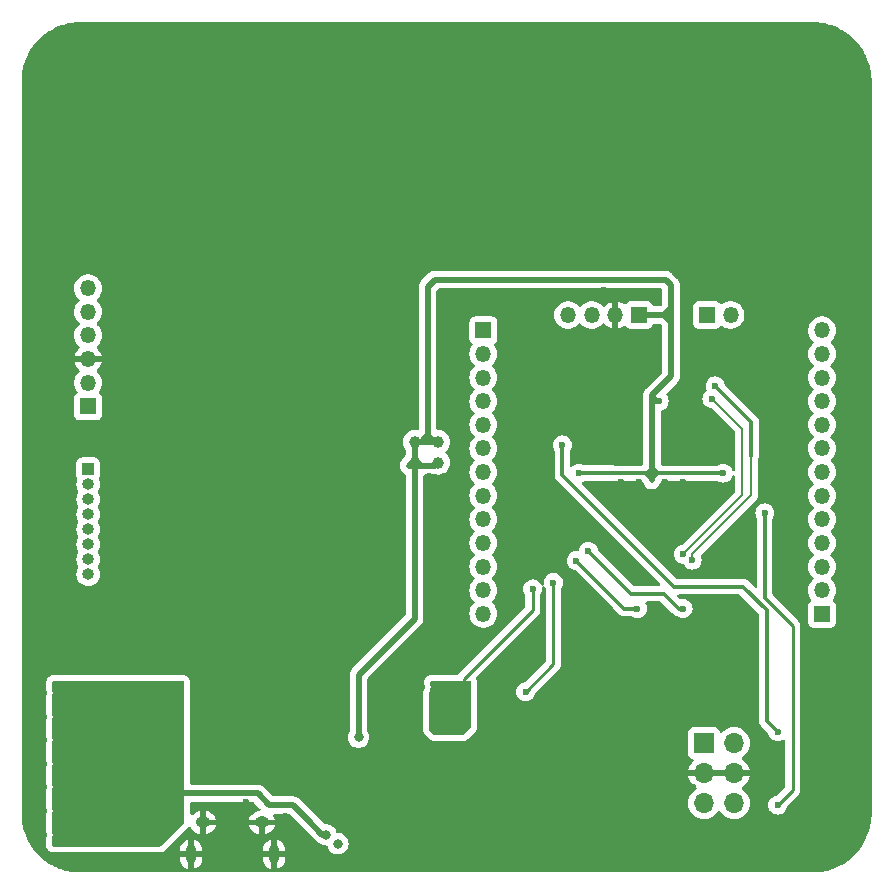
<source format=gbr>
%TF.GenerationSoftware,KiCad,Pcbnew,7.0.5*%
%TF.CreationDate,2024-05-26T12:51:26+03:00*%
%TF.ProjectId,LoRa_MuPr-VAF4751_L,4c6f5261-5f4d-4755-9072-2d5641463437,rev?*%
%TF.SameCoordinates,Original*%
%TF.FileFunction,Copper,L2,Bot*%
%TF.FilePolarity,Positive*%
%FSLAX46Y46*%
G04 Gerber Fmt 4.6, Leading zero omitted, Abs format (unit mm)*
G04 Created by KiCad (PCBNEW 7.0.5) date 2024-05-26 12:51:26*
%MOMM*%
%LPD*%
G01*
G04 APERTURE LIST*
%TA.AperFunction,ComponentPad*%
%ADD10R,1.700000X1.700000*%
%TD*%
%TA.AperFunction,ComponentPad*%
%ADD11O,1.700000X1.700000*%
%TD*%
%TA.AperFunction,ComponentPad*%
%ADD12R,1.350000X1.350000*%
%TD*%
%TA.AperFunction,ComponentPad*%
%ADD13O,1.350000X1.350000*%
%TD*%
%TA.AperFunction,ComponentPad*%
%ADD14R,1.000000X1.000000*%
%TD*%
%TA.AperFunction,ComponentPad*%
%ADD15O,1.000000X1.000000*%
%TD*%
%TA.AperFunction,ComponentPad*%
%ADD16O,0.890000X1.550000*%
%TD*%
%TA.AperFunction,ComponentPad*%
%ADD17O,1.250000X0.950000*%
%TD*%
%TA.AperFunction,ViaPad*%
%ADD18C,0.800000*%
%TD*%
%TA.AperFunction,ViaPad*%
%ADD19C,0.600000*%
%TD*%
%TA.AperFunction,ViaPad*%
%ADD20C,0.700000*%
%TD*%
%TA.AperFunction,ViaPad*%
%ADD21C,1.000000*%
%TD*%
%TA.AperFunction,Conductor*%
%ADD22C,0.500000*%
%TD*%
%TA.AperFunction,Conductor*%
%ADD23C,0.300000*%
%TD*%
%TA.AperFunction,Conductor*%
%ADD24C,0.250000*%
%TD*%
%TA.AperFunction,Conductor*%
%ADD25C,0.200000*%
%TD*%
G04 APERTURE END LIST*
D10*
%TO.P,J5,1,Pin_1*%
%TO.N,3.3V*%
X173015000Y-111255000D03*
D11*
%TO.P,J5,2,Pin_2*%
%TO.N,Net-(J5-Pin_2)*%
X175555000Y-111255000D03*
%TO.P,J5,3,Pin_3*%
%TO.N,GND*%
X173015000Y-113795000D03*
%TO.P,J5,4,Pin_4*%
X175555000Y-113795000D03*
%TO.P,J5,5,Pin_5*%
%TO.N,Net-(J5-Pin_5)*%
X173015000Y-116335000D03*
%TO.P,J5,6,Pin_6*%
%TO.N,3.3V*%
X175555000Y-116335000D03*
%TD*%
D12*
%TO.P,J8,1,Pin_1*%
%TO.N,USART1_RX*%
X173250000Y-75000000D03*
D13*
%TO.P,J8,2,Pin_2*%
%TO.N,USART1_TX*%
X175250000Y-75000000D03*
%TD*%
D12*
%TO.P,J7,1,Pin_1*%
%TO.N,PA4*%
X183000000Y-100299106D03*
D13*
%TO.P,J7,2,Pin_2*%
%TO.N,PA5*%
X183000000Y-98299106D03*
%TO.P,J7,3,Pin_3*%
%TO.N,PA6*%
X183000000Y-96299106D03*
%TO.P,J7,4,Pin_4*%
%TO.N,PA7*%
X183000000Y-94299106D03*
%TO.P,J7,5,Pin_5*%
%TO.N,PB0*%
X183000000Y-92299106D03*
%TO.P,J7,6,Pin_6*%
%TO.N,PB1*%
X183000000Y-90299106D03*
%TO.P,J7,7,Pin_7*%
%TO.N,PB10*%
X183000000Y-88299106D03*
%TO.P,J7,8,Pin_8*%
%TO.N,PB11*%
X183000000Y-86299106D03*
%TO.P,J7,9,Pin_9*%
%TO.N,PB12*%
X183000000Y-84299106D03*
%TO.P,J7,10,Pin_10*%
%TO.N,PB13*%
X183000000Y-82299106D03*
%TO.P,J7,11,Pin_11*%
%TO.N,PB14*%
X183000000Y-80299106D03*
%TO.P,J7,12,Pin_12*%
%TO.N,PB15*%
X183000000Y-78299106D03*
%TO.P,J7,13,Pin_13*%
%TO.N,PA8*%
X183000000Y-76299106D03*
%TD*%
D14*
%TO.P,J1,1,Pin_1*%
%TO.N,L_GPIO0*%
X120859999Y-88060002D03*
D15*
%TO.P,J1,2,Pin_2*%
%TO.N,L_GPIO1*%
X120859999Y-89330002D03*
%TO.P,J1,3,Pin_3*%
%TO.N,L_GPIO2*%
X120859999Y-90600002D03*
%TO.P,J1,4,Pin_4*%
%TO.N,L_GPIO3*%
X120859999Y-91870002D03*
%TO.P,J1,5,Pin_5*%
%TO.N,L_GPIO4*%
X120859999Y-93140002D03*
%TO.P,J1,6,Pin_6*%
%TO.N,L_GPIO5*%
X120859999Y-94410002D03*
%TO.P,J1,7,Pin_7*%
%TO.N,L_GPIO6*%
X120859999Y-95680002D03*
%TO.P,J1,8,Pin_8*%
%TO.N,L_GPIO7*%
X120859999Y-96950002D03*
%TD*%
D12*
%TO.P,J6,1,Pin_1*%
%TO.N,PA15*%
X154319230Y-76299106D03*
D13*
%TO.P,J6,2,Pin_2*%
%TO.N,PB3*%
X154319230Y-78299106D03*
%TO.P,J6,3,Pin_3*%
%TO.N,PB4*%
X154319230Y-80299106D03*
%TO.P,J6,4,Pin_4*%
%TO.N,PB5*%
X154319230Y-82299106D03*
%TO.P,J6,5,Pin_5*%
%TO.N,PB6*%
X154319230Y-84299106D03*
%TO.P,J6,6,Pin_6*%
%TO.N,PB7*%
X154319230Y-86299106D03*
%TO.P,J6,7,Pin_7*%
%TO.N,PB8*%
X154319230Y-88299106D03*
%TO.P,J6,8,Pin_8*%
%TO.N,PB9*%
X154319230Y-90299106D03*
%TO.P,J6,9,Pin_9*%
%TO.N,P13*%
X154319230Y-92299106D03*
%TO.P,J6,10,Pin_10*%
%TO.N,PC14*%
X154319230Y-94299106D03*
%TO.P,J6,11,Pin_11*%
%TO.N,PC15*%
X154319230Y-96299106D03*
%TO.P,J6,12,Pin_12*%
%TO.N,PA0*%
X154319230Y-98299106D03*
%TO.P,J6,13,Pin_13*%
%TO.N,PA1*%
X154319230Y-100299106D03*
%TD*%
D12*
%TO.P,J4,1,Pin_1*%
%TO.N,3.3V*%
X167500000Y-75000000D03*
D13*
%TO.P,J4,2,Pin_2*%
%TO.N,GND*%
X165500000Y-75000000D03*
%TO.P,J4,3,Pin_3*%
%TO.N,SWDIO*%
X163500000Y-75000000D03*
%TO.P,J4,4,Pin_4*%
%TO.N,SWDCLK*%
X161500000Y-75000000D03*
%TD*%
D16*
%TO.P,U2,6,Shield*%
%TO.N,GND*%
X129579999Y-120665001D03*
D17*
X130579999Y-117965001D03*
X135579999Y-117965001D03*
D16*
X136579999Y-120665001D03*
%TD*%
D12*
%TO.P,J2,1,Pin_1*%
%TO.N,I_RESET*%
X120860001Y-82729999D03*
D13*
%TO.P,J2,2,Pin_2*%
%TO.N,3.3V*%
X120860001Y-80729999D03*
%TO.P,J2,3,Pin_3*%
%TO.N,GND*%
X120860001Y-78729999D03*
%TO.P,J2,4,Pin_4*%
%TO.N,PGD_INT*%
X120860001Y-76729999D03*
%TO.P,J2,5,Pin_5*%
%TO.N,PGC_INT*%
X120860001Y-74729999D03*
%TO.P,J2,6,Pin_6*%
%TO.N,unconnected-(J2-Pin_6-Pad6)*%
X120860001Y-72729999D03*
%TD*%
D18*
%TO.N,5v*%
X142000000Y-119750000D03*
X128000000Y-110000000D03*
X128100000Y-115500000D03*
X126000000Y-115000000D03*
X141000000Y-119000000D03*
X126000000Y-119000000D03*
D19*
%TO.N,GND*%
X169700000Y-90650000D03*
D20*
X129000000Y-70000000D03*
X141500000Y-109000000D03*
X128000000Y-65000000D03*
X147000000Y-96000000D03*
X131000000Y-113000000D03*
X182000000Y-65000000D03*
X151750000Y-90500000D03*
X143330000Y-78030000D03*
D19*
X167500000Y-90650000D03*
D20*
X147000000Y-80000000D03*
X126000000Y-67000000D03*
D19*
X169700000Y-86000000D03*
D20*
X155000000Y-70500000D03*
X185500000Y-106500000D03*
X184000000Y-63000000D03*
X131000000Y-107000000D03*
X137500000Y-68000000D03*
X129330000Y-80030000D03*
X117000000Y-111000000D03*
X135330000Y-82030000D03*
X129330000Y-76030000D03*
X146000000Y-65000000D03*
X147000000Y-100000000D03*
X175000000Y-69000000D03*
X177500000Y-70500000D03*
X181500000Y-108500001D03*
X147000000Y-78000000D03*
X137330000Y-88030000D03*
X139330000Y-86030000D03*
X139330000Y-88030000D03*
X116000000Y-65000000D03*
X129330000Y-92030000D03*
X117000000Y-103000000D03*
X178000000Y-65000000D03*
X135500000Y-66500000D03*
X128000000Y-103000000D03*
X168000000Y-67000000D03*
X119000000Y-121000000D03*
X139330000Y-98030000D03*
X129330000Y-86030000D03*
X183500000Y-70500000D03*
X118000000Y-67000000D03*
X177000000Y-107000000D03*
X119000001Y-105000000D03*
X132000000Y-60500000D03*
X185500000Y-84500001D03*
X160000000Y-63000000D03*
X136000000Y-74050000D03*
X159000000Y-70500000D03*
X152000000Y-67000000D03*
X170000000Y-65000000D03*
X117000000Y-108999999D03*
X121330000Y-99030000D03*
X185500000Y-86500000D03*
X185500000Y-100500000D03*
X117000000Y-95000000D03*
X117000000Y-97000000D03*
X133000000Y-105000000D03*
X160000000Y-121000000D03*
X117000000Y-101000000D03*
X135330000Y-86030000D03*
X157000000Y-121000000D03*
X131330000Y-94030000D03*
X174000000Y-65000000D03*
X136000000Y-100000000D03*
X152000000Y-69000000D03*
X141330000Y-76030000D03*
X149750000Y-88750000D03*
X117000000Y-107000000D03*
X141330000Y-78030000D03*
X125000001Y-105000000D03*
X176000000Y-67000000D03*
X147000000Y-74000000D03*
X163000000Y-69000000D03*
X130000000Y-74050000D03*
X151000000Y-70500000D03*
X153000000Y-70500000D03*
X183500000Y-112500001D03*
X141330000Y-92030000D03*
X157000000Y-70500000D03*
X181500000Y-110500000D03*
X149000000Y-70500000D03*
X139330000Y-90030000D03*
X162000000Y-65000000D03*
X152000000Y-63000000D03*
X181500000Y-114500001D03*
X154000000Y-121000000D03*
D19*
X171200000Y-87500000D03*
D20*
X133330000Y-94030000D03*
X158000000Y-74000000D03*
X143330000Y-94030000D03*
X125000000Y-121000000D03*
X152000000Y-78000000D03*
X172000000Y-67000000D03*
X125000000Y-72000000D03*
X129000000Y-105000000D03*
X138500000Y-118500000D03*
X139330000Y-78030000D03*
X132000000Y-68000000D03*
X141330000Y-80030000D03*
X137000001Y-105000000D03*
X143500000Y-114500000D03*
D19*
X167500000Y-87500000D03*
D20*
X137330000Y-76030000D03*
X164000001Y-106500000D03*
X137330000Y-90030000D03*
X117000000Y-105000000D03*
X160500000Y-111500000D03*
X176500000Y-121000000D03*
X130000000Y-63000000D03*
X180000000Y-63000000D03*
X135330000Y-88030000D03*
X141330000Y-94030000D03*
X135330000Y-78030000D03*
X147000000Y-92000000D03*
D19*
X164550000Y-72850000D03*
D20*
X135500000Y-68000000D03*
X138000000Y-100000000D03*
X129330000Y-88030000D03*
X156000000Y-69000000D03*
X129330000Y-84030000D03*
X181500000Y-112500000D03*
X129330000Y-78030000D03*
X179914214Y-119585786D03*
X131330000Y-86030000D03*
X131330000Y-82030000D03*
X152000000Y-80000000D03*
X185500000Y-92500000D03*
X176000000Y-63000000D03*
X117000000Y-93000001D03*
X117000000Y-99000001D03*
X119000000Y-70000000D03*
X143330000Y-90030000D03*
X132000000Y-66500000D03*
X168000000Y-106500000D03*
X139000000Y-105000000D03*
X122000000Y-63000000D03*
X139000000Y-68500000D03*
X185500000Y-80500000D03*
X147000000Y-82000000D03*
X147000000Y-72000000D03*
X143330000Y-98030000D03*
X128000000Y-100000000D03*
X164000000Y-67000000D03*
X168000000Y-63000000D03*
X181500000Y-106500000D03*
X141330000Y-90030000D03*
X145500001Y-120000000D03*
X121000001Y-121000000D03*
X183500000Y-104500000D03*
X117000000Y-73000000D03*
X123000000Y-121000000D03*
X131330000Y-80030000D03*
X133330000Y-96030000D03*
X145500001Y-114500000D03*
X152000000Y-76000000D03*
X142000000Y-100000000D03*
X141330000Y-88030000D03*
X141330000Y-96030000D03*
X172500000Y-121000000D03*
X127000000Y-70000000D03*
D19*
X166000000Y-87500000D03*
D20*
X139000000Y-121500000D03*
X117000000Y-71000000D03*
X144000000Y-67000000D03*
X134000000Y-100000000D03*
X117000000Y-91000000D03*
X175500000Y-70500000D03*
X120000000Y-103000000D03*
X129330000Y-96030000D03*
X133330000Y-82030000D03*
X164000000Y-63000000D03*
X150000000Y-69000000D03*
X147000000Y-94000000D03*
X136500000Y-68000000D03*
X180000000Y-67000000D03*
X145000000Y-70000000D03*
X140328427Y-110171573D03*
X126000000Y-63000000D03*
X117000000Y-83000000D03*
X151750000Y-89500000D03*
X169500000Y-70500000D03*
X145000000Y-106500000D03*
X135330000Y-90030000D03*
X131000000Y-70000000D03*
D19*
X134200000Y-116250000D03*
D20*
X117000000Y-75000001D03*
D19*
X167500000Y-89150000D03*
D20*
X148000000Y-67000000D03*
X123000000Y-105000000D03*
X125000000Y-97000000D03*
X143000000Y-103000000D03*
X132000000Y-65000000D03*
X117000000Y-113000000D03*
X117000000Y-85000000D03*
X137330000Y-78030000D03*
X120000000Y-65000000D03*
X143330000Y-92030000D03*
X148000000Y-63000000D03*
X129330000Y-94030000D03*
X131000000Y-111000000D03*
X127000001Y-121000000D03*
X143330000Y-76030000D03*
X162000000Y-106500000D03*
X185500000Y-94500000D03*
X184000000Y-69000000D03*
X140000000Y-63000000D03*
X117000000Y-117000000D03*
X158000000Y-69000000D03*
X133330000Y-88030000D03*
X171000000Y-107000000D03*
X185500000Y-82500000D03*
X143330000Y-82030000D03*
X154000000Y-65000000D03*
X139330000Y-94030000D03*
D19*
X167500000Y-86000000D03*
D20*
X143000000Y-70000000D03*
X139330000Y-82030000D03*
X142000000Y-65000000D03*
X154000000Y-74000000D03*
X166000000Y-121000000D03*
X121000000Y-105000000D03*
X167500000Y-81000000D03*
X135500000Y-63500000D03*
X184000000Y-67000000D03*
X154000000Y-69000000D03*
X170500001Y-121000000D03*
X138000000Y-120500000D03*
X140000000Y-74050000D03*
X144330000Y-100030000D03*
X136000000Y-103000000D03*
D19*
X123310000Y-78790000D03*
D20*
X147000000Y-76000000D03*
X183500000Y-114500000D03*
X182000001Y-74000000D03*
X138000000Y-65000000D03*
X135500000Y-60500000D03*
X117000000Y-119000000D03*
X179500000Y-70500000D03*
X139330000Y-80030000D03*
X160000000Y-67000000D03*
X139330000Y-76030000D03*
X135330000Y-94030000D03*
X142000000Y-74050000D03*
X145500001Y-118500000D03*
X185500000Y-108500001D03*
X117000000Y-115000001D03*
X131330000Y-92030000D03*
X181000000Y-69000000D03*
X171500000Y-70500000D03*
X151750000Y-91750000D03*
X126000000Y-100000000D03*
X135500000Y-62000000D03*
X133330000Y-80030000D03*
X148000000Y-69000000D03*
X137330000Y-82030000D03*
X185500000Y-104500000D03*
X152000000Y-82000000D03*
X133330000Y-86030000D03*
X140000000Y-100000000D03*
X144000000Y-71000000D03*
X143500000Y-116000000D03*
X141330000Y-86030000D03*
X134000000Y-74050000D03*
X180000000Y-74000000D03*
X132000000Y-74050000D03*
X163000000Y-70500000D03*
X137500000Y-117500000D03*
X185500000Y-96500001D03*
X139000000Y-70000000D03*
D19*
X170150000Y-115450000D03*
D20*
X133330000Y-92030000D03*
X117000000Y-79000000D03*
X151000000Y-121000000D03*
X173000000Y-107000000D03*
D19*
X169700000Y-87500000D03*
D20*
X135000000Y-105000000D03*
X143330000Y-86030000D03*
X140000000Y-67000000D03*
X139000000Y-120500000D03*
X185500000Y-88500000D03*
X149000000Y-106500000D03*
X131000001Y-105000000D03*
X137330000Y-80030000D03*
X131330000Y-88030000D03*
X137330000Y-94030000D03*
X141330000Y-82030000D03*
X138914214Y-111585786D03*
X168500000Y-78000000D03*
X137330000Y-96030000D03*
X156000000Y-67000000D03*
X142000000Y-71000000D03*
X185500000Y-72500001D03*
X130000000Y-67000000D03*
X156000000Y-63000000D03*
X144000000Y-73000000D03*
X169000000Y-69000000D03*
X135330000Y-76030000D03*
X172500000Y-121000000D03*
X133330000Y-76030000D03*
X186000000Y-65000000D03*
X185500000Y-78500001D03*
X166000000Y-69000000D03*
X181500000Y-70500000D03*
X141000000Y-121500000D03*
X185500000Y-74500000D03*
X133330000Y-78030000D03*
X143000000Y-121500000D03*
X143330000Y-80030000D03*
X137330000Y-86030000D03*
X168500000Y-121000000D03*
X143500000Y-120000000D03*
X185500000Y-110500000D03*
X130000000Y-100000000D03*
X178000000Y-74000000D03*
X161000000Y-70500000D03*
X163000000Y-121000000D03*
X143330000Y-88030000D03*
X147000001Y-106500000D03*
X184000000Y-74000000D03*
X129330000Y-90030000D03*
X166000000Y-65000000D03*
X172000000Y-69000000D03*
X145000000Y-102000000D03*
X171500000Y-81000000D03*
X158000000Y-65000000D03*
X183500000Y-108500000D03*
X156000000Y-74000000D03*
X135330000Y-98030000D03*
X131330000Y-90030000D03*
X125000000Y-99000000D03*
X185500000Y-70500000D03*
X143500000Y-118500000D03*
X144000000Y-63000000D03*
X121000001Y-70000000D03*
X151000000Y-88750000D03*
X172000000Y-63000000D03*
X117000000Y-77000000D03*
X185500000Y-102500001D03*
X160500000Y-109500001D03*
X132000000Y-69500000D03*
X175000000Y-109000000D03*
X173000000Y-109000000D03*
X160500000Y-107500000D03*
X142000000Y-69000000D03*
X183500000Y-106500001D03*
X147000000Y-70000000D03*
X166000000Y-106500000D03*
D19*
X172050000Y-114950000D03*
D20*
X127000000Y-105000000D03*
X178000000Y-69000000D03*
X132000000Y-100000000D03*
X125000000Y-74000000D03*
X125000000Y-80000000D03*
X150000000Y-65000000D03*
X124000000Y-103000000D03*
X178500000Y-121000000D03*
X145500001Y-116000000D03*
X160000000Y-69000000D03*
X147000000Y-88750000D03*
X132000000Y-63500000D03*
X137330000Y-92030000D03*
X165000000Y-70500000D03*
X118000000Y-63000000D03*
X147000000Y-87000000D03*
X138000000Y-74050000D03*
X135330000Y-92030000D03*
X132000000Y-62000000D03*
X117000000Y-89000000D03*
X174500001Y-121000000D03*
X133330000Y-90030000D03*
X183500000Y-110500000D03*
X185500000Y-76500000D03*
X123000000Y-70000000D03*
X131330000Y-98030000D03*
X139330000Y-92030000D03*
X124000000Y-65000000D03*
X141000000Y-70000000D03*
X147000000Y-98000000D03*
X171000000Y-109000000D03*
X171500000Y-78000000D03*
X131330000Y-76030000D03*
X137500000Y-113000000D03*
X125000000Y-70000000D03*
X152000000Y-74000000D03*
X185500000Y-90500001D03*
X146000000Y-69000000D03*
X135330000Y-80030000D03*
X117000000Y-87000001D03*
X117000000Y-81000001D03*
X132000000Y-103000000D03*
X167500000Y-70500000D03*
X185500000Y-98500000D03*
X131330000Y-78030000D03*
D19*
X166000000Y-89150000D03*
D20*
X135500000Y-65000000D03*
D19*
X171200000Y-89150000D03*
D20*
X181500000Y-116500000D03*
X131000000Y-108999999D03*
X175000000Y-107000000D03*
X140000000Y-103000000D03*
X169000000Y-76500000D03*
X125000000Y-78000000D03*
X173500000Y-70500000D03*
X181328427Y-118171573D03*
D19*
X169700000Y-89150000D03*
D20*
X122000000Y-67000000D03*
D21*
%TO.N,3.3V*%
X148500000Y-85750000D03*
D18*
X143750000Y-110750000D03*
D21*
X148500000Y-87500000D03*
X150500000Y-85750000D03*
D19*
X169200000Y-82300000D03*
X162420000Y-88390000D03*
X174640000Y-88390000D03*
D21*
X150500000Y-87500000D03*
D19*
%TO.N,HSE_OSC_IN*%
X167362501Y-99850000D03*
X162200000Y-95800000D03*
%TO.N,3.3VA*%
X158500000Y-98196947D03*
X152900000Y-106900000D03*
%TO.N,HSE_OSC_OUT*%
X171227502Y-99849999D03*
X163200000Y-95000000D03*
%TO.N,USB_DP*%
X172000000Y-95750000D03*
X173950000Y-81000000D03*
%TO.N,BOOT_0*%
X179240000Y-110275000D03*
X161000000Y-86000000D03*
%TO.N,BOOT_1*%
X179240000Y-116487500D03*
X178150000Y-91750500D03*
%TO.N,RESET*%
X160250000Y-97650000D03*
X157900000Y-106900000D03*
%TO.N,USB_DN*%
X173678673Y-82078673D03*
X171250000Y-95250000D03*
%TD*%
D22*
%TO.N,5v*%
X138200000Y-116500000D02*
X136300000Y-116500000D01*
X135200000Y-115500000D02*
X128100000Y-115500000D01*
X139400000Y-117700000D02*
X138200000Y-116500000D01*
X140700000Y-119000000D02*
X139400000Y-117700000D01*
X141000000Y-119000000D02*
X140700000Y-119000000D01*
X136300000Y-116500000D02*
X136200000Y-116500000D01*
X136200000Y-116500000D02*
X135200000Y-115500000D01*
D23*
%TO.N,3.3V*%
X168200000Y-88400000D02*
X168200000Y-88340000D01*
D22*
X168600000Y-82300000D02*
X168600000Y-81800000D01*
X167500000Y-75000000D02*
X169600000Y-75000000D01*
D23*
X168200000Y-88400000D02*
X168600000Y-88800000D01*
X169120000Y-88400000D02*
X174630000Y-88400000D01*
D22*
X170200000Y-72450000D02*
X170200000Y-74200000D01*
X150250000Y-87750000D02*
X150500000Y-87500000D01*
D23*
X169200000Y-82300000D02*
X169100000Y-82300000D01*
X174630000Y-88400000D02*
X174640000Y-88390000D01*
D22*
X150000000Y-85750000D02*
X150000000Y-85600000D01*
X149200000Y-85600000D02*
X149600000Y-85200000D01*
D23*
X163000000Y-88390000D02*
X162420000Y-88390000D01*
X169200000Y-82300000D02*
X168950000Y-82300000D01*
D22*
X148500000Y-87250000D02*
X148500000Y-85750000D01*
X170200000Y-74200000D02*
X170200000Y-74400000D01*
D23*
X168200000Y-88340000D02*
X168600000Y-87940000D01*
X168720000Y-88800000D02*
X169120000Y-88400000D01*
D22*
X170200000Y-75600000D02*
X169600000Y-75000000D01*
X168600000Y-88200000D02*
X168600000Y-88400000D01*
D23*
X168000000Y-88400000D02*
X168200000Y-88400000D01*
D22*
X168600000Y-88800000D02*
X168600000Y-88200000D01*
D23*
X168400000Y-88400000D02*
X168600000Y-88200000D01*
X168600000Y-88800000D02*
X168720000Y-88800000D01*
D22*
X149200000Y-85750000D02*
X149600000Y-85750000D01*
D23*
X168600000Y-88400000D02*
X168200000Y-88400000D01*
D22*
X170200000Y-74400000D02*
X169600000Y-75000000D01*
X168600000Y-87940000D02*
X168600000Y-82650000D01*
X170200000Y-74200000D02*
X170200000Y-75000000D01*
X143750000Y-105450000D02*
X143750000Y-110750000D01*
X168600000Y-82650000D02*
X168600000Y-82300000D01*
X149000000Y-87750000D02*
X148500000Y-87250000D01*
X150200000Y-72000000D02*
X169750000Y-72000000D01*
X149600000Y-72600000D02*
X150200000Y-72000000D01*
D23*
X168000000Y-88400000D02*
X168600000Y-89000000D01*
D22*
X148500000Y-87750000D02*
X148000000Y-87750000D01*
D23*
X168600000Y-87940000D02*
X168660000Y-87940000D01*
X168000000Y-88400000D02*
X163000000Y-88390000D01*
X168950000Y-82300000D02*
X168600000Y-82650000D01*
D22*
X148500000Y-87750000D02*
X148500000Y-100700000D01*
D23*
X168660000Y-87940000D02*
X169120000Y-88400000D01*
D22*
X150000000Y-85750000D02*
X150500000Y-85750000D01*
X170200000Y-75800000D02*
X170200000Y-75600000D01*
X150000000Y-85600000D02*
X149600000Y-85200000D01*
D23*
X168200000Y-88400000D02*
X168400000Y-88400000D01*
D22*
X168600000Y-88800000D02*
X168600000Y-89000000D01*
X148500000Y-100700000D02*
X143750000Y-105450000D01*
X149000000Y-87750000D02*
X150250000Y-87750000D01*
X169750000Y-72000000D02*
X170200000Y-72450000D01*
X149600000Y-85750000D02*
X150000000Y-85750000D01*
X168600000Y-88800000D02*
X168600000Y-87940000D01*
D23*
X169100000Y-82300000D02*
X168600000Y-81800000D01*
D22*
X148000000Y-87750000D02*
X148500000Y-87250000D01*
X148500000Y-85750000D02*
X149200000Y-85750000D01*
D23*
X168600000Y-88400000D02*
X169120000Y-88400000D01*
D22*
X149000000Y-87750000D02*
X148500000Y-87750000D01*
X168600000Y-81800000D02*
X170200000Y-80200000D01*
X169600000Y-75000000D02*
X170200000Y-75000000D01*
X149600000Y-85750000D02*
X149600000Y-85200000D01*
X149600000Y-85200000D02*
X149600000Y-72600000D01*
X170200000Y-80200000D02*
X170200000Y-75800000D01*
X170200000Y-75000000D02*
X170200000Y-75800000D01*
X149200000Y-85750000D02*
X149200000Y-85600000D01*
D23*
X168600000Y-82300000D02*
X169200000Y-82300000D01*
X163000000Y-88390000D02*
X163000000Y-88400000D01*
%TO.N,HSE_OSC_IN*%
X167362501Y-99850000D02*
X166250000Y-99850000D01*
X166250000Y-99850000D02*
X165840001Y-99440001D01*
D24*
X162200000Y-95800000D02*
X165840001Y-99440001D01*
%TO.N,3.3VA*%
X158500000Y-100000000D02*
X152650000Y-105850000D01*
X152650000Y-105850000D02*
X152650000Y-106650000D01*
X158500000Y-98196947D02*
X158500000Y-100000000D01*
X152650000Y-106650000D02*
X152900000Y-106900000D01*
%TO.N,HSE_OSC_OUT*%
X163200000Y-95000000D02*
X166800000Y-98600000D01*
D23*
X169600000Y-98600000D02*
X166800000Y-98600000D01*
X171227502Y-99849999D02*
X170849999Y-99849999D01*
X170849999Y-99849999D02*
X169600000Y-98600000D01*
%TO.N,USB_DP*%
X173950000Y-81000000D02*
X177000000Y-84050000D01*
X177000000Y-84050000D02*
X177000000Y-86950000D01*
D25*
X177000000Y-90250000D02*
X172000000Y-95250000D01*
X177000000Y-86950000D02*
X177000000Y-90250000D01*
X172000000Y-95250000D02*
X172000000Y-95750000D01*
X177000000Y-86750000D02*
X177000000Y-86950000D01*
D23*
%TO.N,BOOT_0*%
X178300000Y-109335000D02*
X179240000Y-110275000D01*
X170450000Y-98000000D02*
X176300000Y-98000000D01*
X161000000Y-88550000D02*
X170450000Y-98000000D01*
X178300000Y-100000000D02*
X178300000Y-109335000D01*
X176300000Y-98000000D02*
X178300000Y-100000000D01*
X161000000Y-86000000D02*
X161000000Y-88550000D01*
D24*
%TO.N,BOOT_1*%
X178675000Y-99475000D02*
X180499106Y-101299106D01*
X180499106Y-115228394D02*
X179240000Y-116487500D01*
D23*
X178150000Y-91750500D02*
X178150000Y-98950000D01*
D24*
X180499106Y-101299106D02*
X180499106Y-115228394D01*
D23*
X178150000Y-98950000D02*
X178675000Y-99475000D01*
D24*
%TO.N,RESET*%
X160250000Y-97650000D02*
X160250000Y-104570832D01*
X160250000Y-104570832D02*
X157894227Y-106926605D01*
D25*
%TO.N,USB_DN*%
X176250000Y-90250000D02*
X171250000Y-95250000D01*
X173678673Y-82078673D02*
X176250000Y-84650000D01*
X176250000Y-84650000D02*
X176250000Y-90250000D01*
%TD*%
%TA.AperFunction,Conductor*%
%TO.N,GND*%
G36*
X175095507Y-113585156D02*
G01*
X175055000Y-113723111D01*
X175055000Y-113866889D01*
X175095507Y-114004844D01*
X175121314Y-114045000D01*
X173448686Y-114045000D01*
X173474493Y-114004844D01*
X173515000Y-113866889D01*
X173515000Y-113723111D01*
X173474493Y-113585156D01*
X173448686Y-113545000D01*
X175121314Y-113545000D01*
X175095507Y-113585156D01*
G37*
%TD.AperFunction*%
%TA.AperFunction,Conductor*%
G36*
X182201279Y-50200552D02*
G01*
X182417340Y-50209489D01*
X182615936Y-50218160D01*
X182620863Y-50218574D01*
X182836814Y-50245492D01*
X183034704Y-50271545D01*
X183037265Y-50271883D01*
X183041894Y-50272671D01*
X183254230Y-50317193D01*
X183452525Y-50361155D01*
X183456784Y-50362259D01*
X183664528Y-50424107D01*
X183858658Y-50485317D01*
X183862539Y-50486684D01*
X184063961Y-50565279D01*
X184064938Y-50565672D01*
X184252790Y-50643483D01*
X184256226Y-50645032D01*
X184409776Y-50720098D01*
X184450290Y-50739905D01*
X184451687Y-50740609D01*
X184632009Y-50834479D01*
X184635107Y-50836207D01*
X184743221Y-50900628D01*
X184820611Y-50946742D01*
X184822127Y-50947676D01*
X184908578Y-51002752D01*
X184993663Y-51056958D01*
X184996377Y-51058789D01*
X185091730Y-51126870D01*
X185172053Y-51184219D01*
X185173769Y-51185490D01*
X185335117Y-51309297D01*
X185337426Y-51311159D01*
X185502150Y-51450673D01*
X185503956Y-51452264D01*
X185653912Y-51589673D01*
X185655827Y-51591506D01*
X185808491Y-51744170D01*
X185810328Y-51746089D01*
X185947725Y-51896032D01*
X185949325Y-51897848D01*
X186088839Y-52062572D01*
X186090716Y-52064899D01*
X186214508Y-52226229D01*
X186215779Y-52227945D01*
X186341209Y-52403621D01*
X186343040Y-52406335D01*
X186452298Y-52577833D01*
X186453269Y-52579409D01*
X186563791Y-52764891D01*
X186565525Y-52768000D01*
X186659388Y-52948310D01*
X186660093Y-52949708D01*
X186685619Y-53001920D01*
X186754953Y-53143744D01*
X186756524Y-53147229D01*
X186834296Y-53334987D01*
X186834775Y-53336177D01*
X186913309Y-53537446D01*
X186914681Y-53541340D01*
X186975902Y-53735505D01*
X187037735Y-53943200D01*
X187038843Y-53947473D01*
X187082825Y-54145862D01*
X187127326Y-54358101D01*
X187128115Y-54362733D01*
X187154515Y-54563253D01*
X187181422Y-54779114D01*
X187181839Y-54784080D01*
X187190519Y-54982870D01*
X187199447Y-55198718D01*
X187199500Y-55201280D01*
X187199500Y-117198719D01*
X187199447Y-117201281D01*
X187190519Y-117417129D01*
X187181839Y-117615918D01*
X187181422Y-117620884D01*
X187154515Y-117836745D01*
X187128115Y-118037265D01*
X187127326Y-118041897D01*
X187082825Y-118254136D01*
X187038843Y-118452525D01*
X187037735Y-118456798D01*
X186975902Y-118664493D01*
X186914681Y-118858658D01*
X186913309Y-118862552D01*
X186834775Y-119063821D01*
X186834296Y-119065011D01*
X186756524Y-119252769D01*
X186754944Y-119256274D01*
X186660093Y-119450290D01*
X186659388Y-119451688D01*
X186565525Y-119631998D01*
X186563791Y-119635107D01*
X186453269Y-119820589D01*
X186452298Y-119822165D01*
X186343040Y-119993663D01*
X186341209Y-119996377D01*
X186215779Y-120172053D01*
X186214508Y-120173769D01*
X186090716Y-120335099D01*
X186088839Y-120337426D01*
X185949325Y-120502150D01*
X185947725Y-120503966D01*
X185810340Y-120653896D01*
X185808469Y-120655851D01*
X185655851Y-120808469D01*
X185653896Y-120810340D01*
X185503966Y-120947725D01*
X185502150Y-120949325D01*
X185337426Y-121088839D01*
X185335099Y-121090716D01*
X185173769Y-121214508D01*
X185172053Y-121215779D01*
X184996377Y-121341209D01*
X184993663Y-121343040D01*
X184822165Y-121452298D01*
X184820589Y-121453269D01*
X184635107Y-121563791D01*
X184631998Y-121565525D01*
X184451688Y-121659388D01*
X184450290Y-121660093D01*
X184256274Y-121754944D01*
X184252769Y-121756524D01*
X184065011Y-121834296D01*
X184063821Y-121834775D01*
X183862552Y-121913309D01*
X183858658Y-121914681D01*
X183664493Y-121975902D01*
X183456798Y-122037735D01*
X183452525Y-122038843D01*
X183254136Y-122082825D01*
X183041897Y-122127326D01*
X183037265Y-122128115D01*
X182836745Y-122154515D01*
X182620884Y-122181422D01*
X182615918Y-122181839D01*
X182417239Y-122190514D01*
X182207489Y-122199190D01*
X182201280Y-122199447D01*
X182198720Y-122199500D01*
X120201280Y-122199500D01*
X120198719Y-122199447D01*
X120191843Y-122199162D01*
X119982759Y-122190514D01*
X119784080Y-122181839D01*
X119779114Y-122181422D01*
X119563253Y-122154515D01*
X119362733Y-122128115D01*
X119358101Y-122127326D01*
X119145862Y-122082825D01*
X118947473Y-122038843D01*
X118943200Y-122037735D01*
X118735505Y-121975902D01*
X118541340Y-121914681D01*
X118537446Y-121913309D01*
X118406985Y-121862404D01*
X118336142Y-121834760D01*
X118334987Y-121834296D01*
X118147229Y-121756524D01*
X118143744Y-121754953D01*
X118076932Y-121722291D01*
X117949708Y-121660093D01*
X117948310Y-121659388D01*
X117768000Y-121565525D01*
X117764891Y-121563791D01*
X117579409Y-121453269D01*
X117577833Y-121452298D01*
X117406335Y-121343040D01*
X117403621Y-121341209D01*
X117227945Y-121215779D01*
X117226229Y-121214508D01*
X117064899Y-121090716D01*
X117062572Y-121088839D01*
X116897848Y-120949325D01*
X116896032Y-120947725D01*
X116860320Y-120915001D01*
X116746089Y-120810328D01*
X116744170Y-120808491D01*
X116591506Y-120655827D01*
X116589673Y-120653912D01*
X116452264Y-120503956D01*
X116450673Y-120502150D01*
X116311159Y-120337426D01*
X116309297Y-120335117D01*
X116185490Y-120173769D01*
X116184219Y-120172053D01*
X116164040Y-120143791D01*
X116058789Y-119996377D01*
X116056958Y-119993663D01*
X115982003Y-119876009D01*
X115981997Y-119876000D01*
X117294500Y-119876000D01*
X117294501Y-119876009D01*
X117306052Y-119983450D01*
X117306054Y-119983462D01*
X117317260Y-120034972D01*
X117351383Y-120137497D01*
X117351386Y-120137503D01*
X117429171Y-120258537D01*
X117429179Y-120258548D01*
X117474923Y-120311340D01*
X117474926Y-120311343D01*
X117474930Y-120311347D01*
X117583664Y-120405567D01*
X117583667Y-120405568D01*
X117583668Y-120405569D01*
X117714536Y-120465336D01*
X117714537Y-120465336D01*
X117714541Y-120465338D01*
X117781580Y-120485023D01*
X117781584Y-120485024D01*
X117924000Y-120505500D01*
X117924003Y-120505500D01*
X126962178Y-120505500D01*
X126963626Y-120505422D01*
X126989216Y-120504051D01*
X126998405Y-120503062D01*
X127029038Y-120499769D01*
X127046840Y-120496884D01*
X127082448Y-120491114D01*
X127217257Y-120440832D01*
X127278580Y-120407347D01*
X127393761Y-120321123D01*
X127475981Y-120238903D01*
X128634998Y-120238903D01*
X128634999Y-120415001D01*
X129329999Y-120415001D01*
X129329999Y-120915001D01*
X128634999Y-120915001D01*
X128634999Y-121042922D01*
X128649569Y-121186210D01*
X128707102Y-121369580D01*
X128707107Y-121369590D01*
X128800379Y-121537634D01*
X128800379Y-121537635D01*
X128925566Y-121683461D01*
X128925567Y-121683462D01*
X129077547Y-121801103D01*
X129077551Y-121801105D01*
X129250106Y-121885747D01*
X129329999Y-121906431D01*
X129329999Y-121014625D01*
X129344504Y-121087546D01*
X129399759Y-121170241D01*
X129482454Y-121225496D01*
X129579999Y-121244899D01*
X129677544Y-121225496D01*
X129760239Y-121170241D01*
X129815494Y-121087546D01*
X129829999Y-121014625D01*
X129829999Y-121910138D01*
X129998313Y-121847802D01*
X129998322Y-121847798D01*
X130161418Y-121746141D01*
X130161423Y-121746136D01*
X130300719Y-121613726D01*
X130410517Y-121455975D01*
X130486309Y-121279358D01*
X130524999Y-121091098D01*
X130524999Y-121042922D01*
X135634999Y-121042922D01*
X135649569Y-121186210D01*
X135707102Y-121369580D01*
X135707107Y-121369590D01*
X135800379Y-121537634D01*
X135800379Y-121537635D01*
X135925566Y-121683461D01*
X135925567Y-121683462D01*
X136077547Y-121801103D01*
X136077551Y-121801105D01*
X136250106Y-121885747D01*
X136329999Y-121906431D01*
X136329999Y-121014625D01*
X136344504Y-121087546D01*
X136399759Y-121170241D01*
X136482454Y-121225496D01*
X136579999Y-121244899D01*
X136677544Y-121225496D01*
X136760239Y-121170241D01*
X136815494Y-121087546D01*
X136829999Y-121014625D01*
X136829999Y-121910138D01*
X136998313Y-121847802D01*
X136998322Y-121847798D01*
X137161418Y-121746141D01*
X137161423Y-121746136D01*
X137300719Y-121613726D01*
X137410517Y-121455975D01*
X137486309Y-121279358D01*
X137524999Y-121091098D01*
X137524999Y-120915001D01*
X136829999Y-120915001D01*
X136829999Y-120415001D01*
X137524999Y-120415001D01*
X137524999Y-120287079D01*
X137510428Y-120143791D01*
X137452895Y-119960421D01*
X137452890Y-119960411D01*
X137359618Y-119792367D01*
X137359618Y-119792366D01*
X137234431Y-119646540D01*
X137234430Y-119646539D01*
X137082450Y-119528898D01*
X137082446Y-119528896D01*
X136909892Y-119444255D01*
X136829999Y-119423568D01*
X136829999Y-120315377D01*
X136815494Y-120242456D01*
X136760239Y-120159761D01*
X136677544Y-120104506D01*
X136579999Y-120085103D01*
X136482454Y-120104506D01*
X136399759Y-120159761D01*
X136344504Y-120242456D01*
X136329999Y-120315377D01*
X136329999Y-119419862D01*
X136329998Y-119419862D01*
X136161684Y-119482199D01*
X136161675Y-119482203D01*
X135998579Y-119583860D01*
X135998574Y-119583865D01*
X135859278Y-119716275D01*
X135749480Y-119874026D01*
X135673688Y-120050643D01*
X135634999Y-120238903D01*
X135634999Y-120415001D01*
X136329999Y-120415001D01*
X136329999Y-120915001D01*
X135634999Y-120915001D01*
X135634999Y-121042922D01*
X130524999Y-121042922D01*
X130524999Y-120915001D01*
X129829999Y-120915001D01*
X129829999Y-120415001D01*
X130524999Y-120415001D01*
X130524999Y-120287079D01*
X130510428Y-120143791D01*
X130452895Y-119960421D01*
X130452890Y-119960411D01*
X130359618Y-119792367D01*
X130359618Y-119792366D01*
X130234431Y-119646540D01*
X130234430Y-119646539D01*
X130082450Y-119528898D01*
X130082446Y-119528896D01*
X129909892Y-119444255D01*
X129829999Y-119423568D01*
X129829999Y-120315377D01*
X129815494Y-120242456D01*
X129760239Y-120159761D01*
X129677544Y-120104506D01*
X129579999Y-120085103D01*
X129482454Y-120104506D01*
X129399759Y-120159761D01*
X129344504Y-120242456D01*
X129329999Y-120315377D01*
X129329999Y-119419862D01*
X129329998Y-119419862D01*
X129161684Y-119482199D01*
X129161675Y-119482203D01*
X128998579Y-119583860D01*
X128998574Y-119583865D01*
X128859278Y-119716275D01*
X128749480Y-119874026D01*
X128673688Y-120050643D01*
X128634998Y-120238903D01*
X127475981Y-120238903D01*
X129330697Y-118384188D01*
X129345974Y-118367179D01*
X129405416Y-118330460D01*
X129475274Y-118331706D01*
X129533370Y-118370522D01*
X129549548Y-118395425D01*
X129550120Y-118396591D01*
X129655018Y-118564884D01*
X129791632Y-118708602D01*
X129791634Y-118708603D01*
X129954389Y-118821885D01*
X130136614Y-118900083D01*
X130329999Y-118939824D01*
X130329998Y-118225498D01*
X130402911Y-118240001D01*
X130757087Y-118240001D01*
X130829999Y-118225498D01*
X130829999Y-118934859D01*
X130927278Y-118924968D01*
X131116470Y-118865608D01*
X131116485Y-118865601D01*
X131289855Y-118769373D01*
X131289860Y-118769370D01*
X131440314Y-118640209D01*
X131440316Y-118640208D01*
X131561692Y-118483403D01*
X131561694Y-118483399D01*
X131649021Y-118305371D01*
X131672419Y-118215001D01*
X130850836Y-118215001D01*
X130928263Y-118163265D01*
X130989044Y-118072301D01*
X131010387Y-117965001D01*
X130989044Y-117857701D01*
X130928263Y-117766737D01*
X130850836Y-117715001D01*
X131677129Y-117715001D01*
X131677129Y-117715000D01*
X131609876Y-117533409D01*
X131609872Y-117533402D01*
X131504979Y-117365117D01*
X131368365Y-117221399D01*
X131368363Y-117221398D01*
X131205608Y-117108116D01*
X131023383Y-117029918D01*
X130829999Y-116990176D01*
X130829999Y-117704503D01*
X130757087Y-117690001D01*
X130402911Y-117690001D01*
X130329998Y-117704503D01*
X130329999Y-116995141D01*
X130329998Y-116995141D01*
X130232715Y-117005035D01*
X130043527Y-117064393D01*
X130043512Y-117064400D01*
X129870142Y-117160628D01*
X129870137Y-117160631D01*
X129719679Y-117289795D01*
X129719372Y-117290119D01*
X129719158Y-117290242D01*
X129714910Y-117293890D01*
X129714230Y-117293098D01*
X129658916Y-117325145D01*
X129589120Y-117321926D01*
X129532145Y-117281484D01*
X129506079Y-117216658D01*
X129505500Y-117204685D01*
X129505500Y-116374500D01*
X129525185Y-116307461D01*
X129577989Y-116261706D01*
X129629500Y-116250500D01*
X134837770Y-116250500D01*
X134904809Y-116270185D01*
X134925451Y-116286819D01*
X135421104Y-116782472D01*
X135454589Y-116843795D01*
X135449605Y-116913487D01*
X135407733Y-116969420D01*
X135345969Y-116993517D01*
X135232719Y-117005034D01*
X135043527Y-117064393D01*
X135043512Y-117064400D01*
X134870142Y-117160628D01*
X134870137Y-117160631D01*
X134719683Y-117289792D01*
X134719681Y-117289793D01*
X134598305Y-117446598D01*
X134598303Y-117446602D01*
X134510976Y-117624630D01*
X134487578Y-117715000D01*
X134487579Y-117715001D01*
X135309162Y-117715001D01*
X135231735Y-117766737D01*
X135170954Y-117857701D01*
X135149611Y-117965001D01*
X135170954Y-118072301D01*
X135231735Y-118163265D01*
X135309162Y-118215001D01*
X134482868Y-118215001D01*
X134550121Y-118396592D01*
X134550125Y-118396599D01*
X134655018Y-118564884D01*
X134791632Y-118708602D01*
X134791634Y-118708603D01*
X134954389Y-118821885D01*
X135136614Y-118900083D01*
X135329999Y-118939824D01*
X135329999Y-118225498D01*
X135402911Y-118240001D01*
X135757087Y-118240001D01*
X135829999Y-118225498D01*
X135829999Y-118934859D01*
X135927278Y-118924968D01*
X136116470Y-118865608D01*
X136116485Y-118865601D01*
X136289855Y-118769373D01*
X136289860Y-118769370D01*
X136440314Y-118640209D01*
X136440316Y-118640208D01*
X136561692Y-118483403D01*
X136561694Y-118483399D01*
X136649021Y-118305371D01*
X136672419Y-118215001D01*
X135850836Y-118215001D01*
X135928263Y-118163265D01*
X135989044Y-118072301D01*
X136010387Y-117965001D01*
X135989044Y-117857701D01*
X135928263Y-117766737D01*
X135850836Y-117715001D01*
X136677129Y-117715001D01*
X136677129Y-117715000D01*
X136609876Y-117533409D01*
X136609869Y-117533395D01*
X136551712Y-117440092D01*
X136532955Y-117372787D01*
X136553564Y-117306026D01*
X136606994Y-117261005D01*
X136656943Y-117250500D01*
X137837770Y-117250500D01*
X137904809Y-117270185D01*
X137925451Y-117286819D01*
X138804945Y-118166312D01*
X138804966Y-118166335D01*
X140124267Y-119485634D01*
X140136048Y-119499266D01*
X140150390Y-119518530D01*
X140190420Y-119552119D01*
X140194392Y-119555759D01*
X140197312Y-119558679D01*
X140200221Y-119561589D01*
X140225250Y-119581379D01*
X140226646Y-119582517D01*
X140284786Y-119631302D01*
X140284787Y-119631302D01*
X140284789Y-119631304D01*
X140290818Y-119635270D01*
X140290785Y-119635319D01*
X140297143Y-119639369D01*
X140297175Y-119639319D01*
X140303320Y-119643109D01*
X140303323Y-119643111D01*
X140372166Y-119675213D01*
X140373682Y-119675946D01*
X140441567Y-119710040D01*
X140441569Y-119710040D01*
X140444501Y-119711513D01*
X140461728Y-119722001D01*
X140547270Y-119784151D01*
X140720192Y-119861142D01*
X140720197Y-119861144D01*
X140905354Y-119900500D01*
X140905355Y-119900500D01*
X141011967Y-119900500D01*
X141079006Y-119920185D01*
X141124761Y-119972989D01*
X141129898Y-119986182D01*
X141172818Y-120118277D01*
X141172821Y-120118284D01*
X141267467Y-120282216D01*
X141394128Y-120422888D01*
X141394129Y-120422888D01*
X141547265Y-120534148D01*
X141547270Y-120534151D01*
X141720192Y-120611142D01*
X141720197Y-120611144D01*
X141905354Y-120650500D01*
X141905355Y-120650500D01*
X142094644Y-120650500D01*
X142094646Y-120650500D01*
X142279803Y-120611144D01*
X142452730Y-120534151D01*
X142605871Y-120422888D01*
X142732533Y-120282216D01*
X142827179Y-120118284D01*
X142885674Y-119938256D01*
X142905460Y-119750000D01*
X142885674Y-119561744D01*
X142827179Y-119381716D01*
X142732533Y-119217784D01*
X142605871Y-119077112D01*
X142605870Y-119077111D01*
X142452734Y-118965851D01*
X142452729Y-118965848D01*
X142279807Y-118888857D01*
X142279802Y-118888855D01*
X142110011Y-118852766D01*
X142094646Y-118849500D01*
X141988033Y-118849500D01*
X141920994Y-118829815D01*
X141875239Y-118777011D01*
X141870102Y-118763818D01*
X141827181Y-118631722D01*
X141827180Y-118631721D01*
X141827179Y-118631716D01*
X141732533Y-118467784D01*
X141605871Y-118327112D01*
X141605870Y-118327111D01*
X141452734Y-118215851D01*
X141452729Y-118215848D01*
X141279807Y-118138857D01*
X141279802Y-118138855D01*
X141131333Y-118107298D01*
X141094646Y-118099500D01*
X140912229Y-118099500D01*
X140845190Y-118079815D01*
X140824548Y-118063181D01*
X140382251Y-117620884D01*
X139899777Y-117138409D01*
X139096368Y-116335000D01*
X171659341Y-116335000D01*
X171679936Y-116570403D01*
X171679938Y-116570413D01*
X171741094Y-116798655D01*
X171741096Y-116798659D01*
X171741097Y-116798663D01*
X171834982Y-117000000D01*
X171840965Y-117012830D01*
X171840967Y-117012834D01*
X171914126Y-117117315D01*
X171976505Y-117206401D01*
X172143599Y-117373495D01*
X172191195Y-117406822D01*
X172337165Y-117509032D01*
X172337167Y-117509033D01*
X172337170Y-117509035D01*
X172551337Y-117608903D01*
X172551343Y-117608904D01*
X172551344Y-117608905D01*
X172596051Y-117620884D01*
X172779592Y-117670063D01*
X172967918Y-117686539D01*
X173014999Y-117690659D01*
X173015000Y-117690659D01*
X173015001Y-117690659D01*
X173054234Y-117687226D01*
X173250408Y-117670063D01*
X173478663Y-117608903D01*
X173692830Y-117509035D01*
X173886401Y-117373495D01*
X174053495Y-117206401D01*
X174183424Y-117020842D01*
X174238002Y-116977217D01*
X174307500Y-116970023D01*
X174369855Y-117001546D01*
X174386575Y-117020842D01*
X174516500Y-117206395D01*
X174516505Y-117206401D01*
X174683599Y-117373495D01*
X174731195Y-117406822D01*
X174877165Y-117509032D01*
X174877167Y-117509033D01*
X174877170Y-117509035D01*
X175091337Y-117608903D01*
X175091343Y-117608904D01*
X175091344Y-117608905D01*
X175136051Y-117620884D01*
X175319592Y-117670063D01*
X175507918Y-117686539D01*
X175554999Y-117690659D01*
X175555000Y-117690659D01*
X175555001Y-117690659D01*
X175594234Y-117687226D01*
X175790408Y-117670063D01*
X176018663Y-117608903D01*
X176232830Y-117509035D01*
X176426401Y-117373495D01*
X176593495Y-117206401D01*
X176729035Y-117012830D01*
X176828903Y-116798663D01*
X176890063Y-116570408D01*
X176910659Y-116335000D01*
X176890063Y-116099592D01*
X176828903Y-115871337D01*
X176729035Y-115657171D01*
X176719022Y-115642870D01*
X176593494Y-115463597D01*
X176426402Y-115296506D01*
X176426401Y-115296505D01*
X176240405Y-115166269D01*
X176196781Y-115111692D01*
X176189588Y-115042193D01*
X176221110Y-114979839D01*
X176240405Y-114963119D01*
X176426082Y-114833105D01*
X176593105Y-114666082D01*
X176728600Y-114472578D01*
X176828429Y-114258492D01*
X176828432Y-114258486D01*
X176885636Y-114045000D01*
X175988686Y-114045000D01*
X176014493Y-114004844D01*
X176055000Y-113866889D01*
X176055000Y-113723111D01*
X176014493Y-113585156D01*
X175988686Y-113545000D01*
X176885636Y-113545000D01*
X176885635Y-113544999D01*
X176828432Y-113331513D01*
X176828429Y-113331507D01*
X176728600Y-113117422D01*
X176728599Y-113117420D01*
X176593113Y-112923926D01*
X176593108Y-112923920D01*
X176426078Y-112756890D01*
X176240405Y-112626879D01*
X176196780Y-112572302D01*
X176189588Y-112502804D01*
X176221110Y-112440449D01*
X176240406Y-112423730D01*
X176426401Y-112293495D01*
X176593495Y-112126401D01*
X176729035Y-111932830D01*
X176828903Y-111718663D01*
X176890063Y-111490408D01*
X176910659Y-111255000D01*
X176890063Y-111019592D01*
X176828903Y-110791337D01*
X176729035Y-110577171D01*
X176718231Y-110561740D01*
X176593494Y-110383597D01*
X176426402Y-110216506D01*
X176426395Y-110216501D01*
X176232834Y-110080967D01*
X176232830Y-110080965D01*
X176192539Y-110062177D01*
X176018663Y-109981097D01*
X176018659Y-109981096D01*
X176018655Y-109981094D01*
X175790413Y-109919938D01*
X175790403Y-109919936D01*
X175555001Y-109899341D01*
X175554999Y-109899341D01*
X175319596Y-109919936D01*
X175319586Y-109919938D01*
X175091344Y-109981094D01*
X175091335Y-109981098D01*
X174877171Y-110080964D01*
X174877169Y-110080965D01*
X174683600Y-110216503D01*
X174561673Y-110338430D01*
X174500350Y-110371914D01*
X174430658Y-110366930D01*
X174374725Y-110325058D01*
X174357810Y-110294081D01*
X174308797Y-110162671D01*
X174308793Y-110162664D01*
X174222547Y-110047455D01*
X174222544Y-110047452D01*
X174107335Y-109961206D01*
X174107328Y-109961202D01*
X173972482Y-109910908D01*
X173972483Y-109910908D01*
X173912883Y-109904501D01*
X173912881Y-109904500D01*
X173912873Y-109904500D01*
X173912864Y-109904500D01*
X172117129Y-109904500D01*
X172117123Y-109904501D01*
X172057516Y-109910908D01*
X171922671Y-109961202D01*
X171922664Y-109961206D01*
X171807455Y-110047452D01*
X171807452Y-110047455D01*
X171721206Y-110162664D01*
X171721202Y-110162671D01*
X171670908Y-110297517D01*
X171664501Y-110357116D01*
X171664500Y-110357135D01*
X171664500Y-112152870D01*
X171664501Y-112152876D01*
X171670908Y-112212483D01*
X171721202Y-112347328D01*
X171721206Y-112347335D01*
X171807452Y-112462544D01*
X171807455Y-112462547D01*
X171922664Y-112548793D01*
X171922671Y-112548797D01*
X171922674Y-112548798D01*
X172054598Y-112598002D01*
X172110531Y-112639873D01*
X172134949Y-112705337D01*
X172120098Y-112773610D01*
X172098947Y-112801865D01*
X171976886Y-112923926D01*
X171841400Y-113117420D01*
X171841399Y-113117422D01*
X171741570Y-113331507D01*
X171741567Y-113331513D01*
X171684364Y-113544999D01*
X171684364Y-113545000D01*
X172581314Y-113545000D01*
X172555507Y-113585156D01*
X172515000Y-113723111D01*
X172515000Y-113866889D01*
X172555507Y-114004844D01*
X172581314Y-114045000D01*
X171684364Y-114045000D01*
X171741567Y-114258486D01*
X171741570Y-114258492D01*
X171841399Y-114472578D01*
X171976894Y-114666082D01*
X172143917Y-114833105D01*
X172329595Y-114963119D01*
X172373219Y-115017696D01*
X172380412Y-115087195D01*
X172348890Y-115149549D01*
X172329595Y-115166269D01*
X172143594Y-115296508D01*
X171976505Y-115463597D01*
X171840965Y-115657169D01*
X171840964Y-115657171D01*
X171741098Y-115871335D01*
X171741094Y-115871344D01*
X171679938Y-116099586D01*
X171679936Y-116099596D01*
X171659341Y-116334999D01*
X171659341Y-116335000D01*
X139096368Y-116335000D01*
X138775729Y-116014361D01*
X138763949Y-116000730D01*
X138752415Y-115985238D01*
X138749612Y-115981472D01*
X138749610Y-115981470D01*
X138709587Y-115947886D01*
X138705612Y-115944244D01*
X138702690Y-115941322D01*
X138699779Y-115938410D01*
X138674736Y-115918609D01*
X138673338Y-115917470D01*
X138615214Y-115868698D01*
X138609180Y-115864729D01*
X138609212Y-115864680D01*
X138602853Y-115860628D01*
X138602822Y-115860679D01*
X138596680Y-115856891D01*
X138596678Y-115856890D01*
X138596677Y-115856889D01*
X138527872Y-115824804D01*
X138526252Y-115824019D01*
X138486512Y-115804061D01*
X138458433Y-115789960D01*
X138458431Y-115789959D01*
X138458430Y-115789959D01*
X138451645Y-115787489D01*
X138451665Y-115787433D01*
X138444549Y-115784959D01*
X138444531Y-115785015D01*
X138437674Y-115782743D01*
X138363328Y-115767391D01*
X138361569Y-115767001D01*
X138287718Y-115749499D01*
X138280547Y-115748661D01*
X138280553Y-115748601D01*
X138273055Y-115747835D01*
X138273050Y-115747895D01*
X138265860Y-115747265D01*
X138189968Y-115749474D01*
X138188165Y-115749500D01*
X136562229Y-115749500D01*
X136495190Y-115729815D01*
X136474548Y-115713181D01*
X135775729Y-115014361D01*
X135763949Y-115000730D01*
X135753756Y-114987039D01*
X135749612Y-114981472D01*
X135747666Y-114979839D01*
X135709587Y-114947886D01*
X135705612Y-114944244D01*
X135702205Y-114940837D01*
X135699779Y-114938410D01*
X135674736Y-114918609D01*
X135673338Y-114917470D01*
X135615214Y-114868698D01*
X135609180Y-114864729D01*
X135609212Y-114864680D01*
X135602853Y-114860628D01*
X135602822Y-114860679D01*
X135596680Y-114856891D01*
X135596678Y-114856890D01*
X135596677Y-114856889D01*
X135527872Y-114824804D01*
X135526252Y-114824019D01*
X135486512Y-114804061D01*
X135458433Y-114789960D01*
X135458431Y-114789959D01*
X135458430Y-114789959D01*
X135451645Y-114787489D01*
X135451665Y-114787433D01*
X135444549Y-114784959D01*
X135444531Y-114785015D01*
X135437674Y-114782743D01*
X135363328Y-114767391D01*
X135361569Y-114767001D01*
X135287718Y-114749499D01*
X135280547Y-114748661D01*
X135280553Y-114748601D01*
X135273055Y-114747835D01*
X135273050Y-114747895D01*
X135265860Y-114747265D01*
X135189968Y-114749474D01*
X135188165Y-114749500D01*
X129629500Y-114749500D01*
X129562461Y-114729815D01*
X129516706Y-114677011D01*
X129505500Y-114625500D01*
X129505500Y-110750000D01*
X142844540Y-110750000D01*
X142864326Y-110938256D01*
X142864327Y-110938259D01*
X142922818Y-111118277D01*
X142922821Y-111118284D01*
X143017467Y-111282216D01*
X143042261Y-111309752D01*
X143144129Y-111422888D01*
X143297265Y-111534148D01*
X143297270Y-111534151D01*
X143470192Y-111611142D01*
X143470197Y-111611144D01*
X143655354Y-111650500D01*
X143655355Y-111650500D01*
X143844644Y-111650500D01*
X143844646Y-111650500D01*
X144029803Y-111611144D01*
X144202730Y-111534151D01*
X144355871Y-111422888D01*
X144482533Y-111282216D01*
X144577179Y-111118284D01*
X144635674Y-110938256D01*
X144655460Y-110750000D01*
X144635674Y-110561744D01*
X144577179Y-110381716D01*
X144577178Y-110381714D01*
X144517113Y-110277677D01*
X144500500Y-110215677D01*
X144500500Y-110062178D01*
X149194500Y-110062178D01*
X149195949Y-110089217D01*
X149195950Y-110089234D01*
X149200230Y-110129038D01*
X149208885Y-110182444D01*
X149208885Y-110182447D01*
X149251805Y-110297517D01*
X149259168Y-110317257D01*
X149280933Y-110357116D01*
X149286291Y-110366930D01*
X149292653Y-110378580D01*
X149378877Y-110493761D01*
X149378881Y-110493765D01*
X149378886Y-110493771D01*
X149635114Y-110749999D01*
X149815812Y-110930697D01*
X149829532Y-110943021D01*
X149835969Y-110948803D01*
X149867135Y-110973917D01*
X149867142Y-110973922D01*
X149911026Y-111005567D01*
X150041903Y-111065338D01*
X150108942Y-111085023D01*
X150108946Y-111085024D01*
X150251362Y-111105500D01*
X150251365Y-111105500D01*
X152562178Y-111105500D01*
X152563626Y-111105422D01*
X152589216Y-111104051D01*
X152598405Y-111103062D01*
X152629038Y-111099769D01*
X152646840Y-111096884D01*
X152682448Y-111091114D01*
X152817257Y-111040832D01*
X152878580Y-111007347D01*
X152993761Y-110921123D01*
X153630697Y-110284188D01*
X153648792Y-110264043D01*
X153648797Y-110264035D01*
X153648803Y-110264030D01*
X153673917Y-110232864D01*
X153673922Y-110232858D01*
X153705567Y-110188974D01*
X153765338Y-110058097D01*
X153785023Y-109991058D01*
X153785024Y-109991054D01*
X153805500Y-109848638D01*
X153805500Y-106124000D01*
X153793947Y-106016544D01*
X153782741Y-105965033D01*
X153782386Y-105963965D01*
X153748616Y-105862502D01*
X153748612Y-105862495D01*
X153728656Y-105831443D01*
X153714014Y-105808660D01*
X153694329Y-105741623D01*
X153714013Y-105674583D01*
X153730643Y-105653945D01*
X158883788Y-100500801D01*
X158896042Y-100490986D01*
X158895859Y-100490764D01*
X158901868Y-100485791D01*
X158901877Y-100485786D01*
X158948607Y-100436022D01*
X158949846Y-100434743D01*
X158970120Y-100414471D01*
X158974379Y-100408978D01*
X158978152Y-100404561D01*
X159010062Y-100370582D01*
X159019713Y-100353024D01*
X159030396Y-100336761D01*
X159042673Y-100320936D01*
X159061185Y-100278153D01*
X159063738Y-100272941D01*
X159086197Y-100232092D01*
X159091180Y-100212680D01*
X159097481Y-100194280D01*
X159105437Y-100175896D01*
X159112729Y-100129852D01*
X159113906Y-100124171D01*
X159125500Y-100079019D01*
X159125500Y-100058982D01*
X159127027Y-100039582D01*
X159130160Y-100019804D01*
X159125775Y-99973415D01*
X159125500Y-99967577D01*
X159125500Y-98741801D01*
X159144507Y-98675828D01*
X159225788Y-98546471D01*
X159285368Y-98376201D01*
X159285369Y-98376196D01*
X159305565Y-98196950D01*
X159305565Y-98196944D01*
X159292634Y-98082183D01*
X159291459Y-98071752D01*
X159303513Y-98002931D01*
X159350862Y-97951551D01*
X159418472Y-97933927D01*
X159484878Y-97955653D01*
X159518519Y-97994872D01*
X159520505Y-97993625D01*
X159605493Y-98128881D01*
X159624500Y-98194854D01*
X159624500Y-104260378D01*
X159604815Y-104327417D01*
X159588181Y-104348059D01*
X157865097Y-106071142D01*
X157803774Y-106104627D01*
X157791301Y-106106681D01*
X157720750Y-106114630D01*
X157550478Y-106174210D01*
X157397737Y-106270184D01*
X157270184Y-106397737D01*
X157174211Y-106550476D01*
X157114631Y-106720745D01*
X157114630Y-106720750D01*
X157094435Y-106899996D01*
X157094435Y-106900003D01*
X157114630Y-107079249D01*
X157114631Y-107079254D01*
X157174211Y-107249523D01*
X157212056Y-107309752D01*
X157270184Y-107402262D01*
X157397738Y-107529816D01*
X157550478Y-107625789D01*
X157720745Y-107685368D01*
X157720750Y-107685369D01*
X157899996Y-107705565D01*
X157900000Y-107705565D01*
X157900004Y-107705565D01*
X158079249Y-107685369D01*
X158079252Y-107685368D01*
X158079255Y-107685368D01*
X158249522Y-107625789D01*
X158402262Y-107529816D01*
X158529816Y-107402262D01*
X158625789Y-107249522D01*
X158685368Y-107079255D01*
X158688027Y-107055653D01*
X158715091Y-106991241D01*
X158723556Y-106981864D01*
X160633788Y-105071633D01*
X160646042Y-105061818D01*
X160645859Y-105061596D01*
X160651868Y-105056623D01*
X160651877Y-105056618D01*
X160698607Y-105006854D01*
X160699846Y-105005575D01*
X160720120Y-104985303D01*
X160724379Y-104979810D01*
X160728152Y-104975393D01*
X160760062Y-104941414D01*
X160769713Y-104923856D01*
X160780396Y-104907593D01*
X160792673Y-104891768D01*
X160811185Y-104848985D01*
X160813738Y-104843773D01*
X160836197Y-104802924D01*
X160841180Y-104783512D01*
X160847481Y-104765112D01*
X160855437Y-104746728D01*
X160862729Y-104700684D01*
X160863906Y-104695003D01*
X160875500Y-104649851D01*
X160875500Y-104629814D01*
X160877027Y-104610414D01*
X160880160Y-104590636D01*
X160875775Y-104544247D01*
X160875500Y-104538409D01*
X160875500Y-98194854D01*
X160894507Y-98128881D01*
X160975788Y-97999524D01*
X160991248Y-97955342D01*
X161035368Y-97829255D01*
X161038761Y-97799142D01*
X161055565Y-97650003D01*
X161055565Y-97649996D01*
X161035369Y-97470750D01*
X161035368Y-97470745D01*
X161029728Y-97454626D01*
X160975789Y-97300478D01*
X160974926Y-97299105D01*
X160936582Y-97238080D01*
X160879816Y-97147738D01*
X160752262Y-97020184D01*
X160599523Y-96924211D01*
X160429254Y-96864631D01*
X160429249Y-96864630D01*
X160250004Y-96844435D01*
X160249996Y-96844435D01*
X160070750Y-96864630D01*
X160070745Y-96864631D01*
X159900476Y-96924211D01*
X159747737Y-97020184D01*
X159620184Y-97147737D01*
X159524211Y-97300476D01*
X159464631Y-97470745D01*
X159464630Y-97470750D01*
X159444435Y-97649996D01*
X159444435Y-97650003D01*
X159458540Y-97775194D01*
X159446485Y-97844016D01*
X159399136Y-97895395D01*
X159331526Y-97913019D01*
X159265120Y-97891292D01*
X159231485Y-97852069D01*
X159229494Y-97853321D01*
X159129815Y-97694684D01*
X159002262Y-97567131D01*
X158849523Y-97471158D01*
X158679254Y-97411578D01*
X158679249Y-97411577D01*
X158500004Y-97391382D01*
X158499996Y-97391382D01*
X158320750Y-97411577D01*
X158320745Y-97411578D01*
X158150476Y-97471158D01*
X157997737Y-97567131D01*
X157870184Y-97694684D01*
X157774211Y-97847423D01*
X157714631Y-98017692D01*
X157714630Y-98017697D01*
X157694435Y-98196943D01*
X157694435Y-98196950D01*
X157714630Y-98376196D01*
X157714631Y-98376201D01*
X157774211Y-98546471D01*
X157855493Y-98675828D01*
X157874500Y-98741801D01*
X157874500Y-99689546D01*
X157854815Y-99756585D01*
X157838181Y-99777227D01*
X152266208Y-105349199D01*
X152253951Y-105359020D01*
X152254134Y-105359241D01*
X152248122Y-105364214D01*
X152201432Y-105413932D01*
X152200079Y-105415329D01*
X152179889Y-105435519D01*
X152179876Y-105435533D01*
X152175623Y-105441014D01*
X152171843Y-105445440D01*
X152162519Y-105455371D01*
X152102283Y-105490774D01*
X152072115Y-105494500D01*
X149891648Y-105494500D01*
X149870008Y-105495427D01*
X149841156Y-105497905D01*
X149838080Y-105498170D01*
X149838078Y-105498170D01*
X149838069Y-105498171D01*
X149795137Y-105503719D01*
X149795132Y-105503720D01*
X149658306Y-105548177D01*
X149595590Y-105579012D01*
X149595589Y-105579013D01*
X149476826Y-105660222D01*
X149385747Y-105771609D01*
X149385746Y-105771611D01*
X149349666Y-105831443D01*
X149349663Y-105831449D01*
X149293662Y-105963965D01*
X149277259Y-106106913D01*
X149277748Y-106124000D01*
X149279230Y-106175899D01*
X149279240Y-106176579D01*
X149279255Y-106176753D01*
X149303789Y-106318526D01*
X149303789Y-106318527D01*
X149335291Y-106415478D01*
X149340681Y-106440835D01*
X149345537Y-106487038D01*
X149345537Y-106512960D01*
X149340681Y-106559163D01*
X149335291Y-106584521D01*
X149320934Y-106628706D01*
X149310391Y-106652386D01*
X149278837Y-106707039D01*
X149278835Y-106707044D01*
X149228337Y-106828956D01*
X149211725Y-106890956D01*
X149194500Y-107021781D01*
X149194500Y-110062178D01*
X144500500Y-110062178D01*
X144500500Y-105812228D01*
X144520185Y-105745189D01*
X144536814Y-105724552D01*
X148985638Y-101275727D01*
X148999267Y-101263950D01*
X149018530Y-101249610D01*
X149018532Y-101249606D01*
X149018534Y-101249606D01*
X149036663Y-101227999D01*
X149052113Y-101209585D01*
X149055767Y-101205599D01*
X149061590Y-101199777D01*
X149081406Y-101174713D01*
X149082456Y-101173423D01*
X149131302Y-101115214D01*
X149131308Y-101115201D01*
X149135272Y-101109176D01*
X149135324Y-101109210D01*
X149139371Y-101102858D01*
X149139317Y-101102825D01*
X149143106Y-101096681D01*
X149143110Y-101096677D01*
X149175212Y-101027832D01*
X149175938Y-101026333D01*
X149210040Y-100958433D01*
X149210043Y-100958417D01*
X149212510Y-100951644D01*
X149212568Y-100951665D01*
X149215043Y-100944546D01*
X149214985Y-100944527D01*
X149217255Y-100937677D01*
X149217921Y-100934452D01*
X149232608Y-100863319D01*
X149232990Y-100861596D01*
X149250501Y-100787716D01*
X149251339Y-100780548D01*
X149251397Y-100780554D01*
X149252164Y-100773056D01*
X149252104Y-100773051D01*
X149252733Y-100765860D01*
X149250526Y-100689988D01*
X149250500Y-100688185D01*
X149250500Y-100299106D01*
X153138693Y-100299106D01*
X153158794Y-100516024D01*
X153158794Y-100516026D01*
X153158795Y-100516029D01*
X153218413Y-100725565D01*
X153218414Y-100725568D01*
X153272350Y-100833886D01*
X153315518Y-100920578D01*
X153446803Y-101094428D01*
X153607798Y-101241194D01*
X153607805Y-101241198D01*
X153607806Y-101241199D01*
X153793016Y-101355876D01*
X153793022Y-101355879D01*
X153799628Y-101358438D01*
X153996161Y-101434576D01*
X154210304Y-101474606D01*
X154210306Y-101474606D01*
X154428154Y-101474606D01*
X154428156Y-101474606D01*
X154642299Y-101434576D01*
X154845440Y-101355878D01*
X155030662Y-101241194D01*
X155191657Y-101094428D01*
X155322942Y-100920578D01*
X155420047Y-100725565D01*
X155479665Y-100516029D01*
X155499766Y-100299106D01*
X155479665Y-100082183D01*
X155420047Y-99872647D01*
X155322942Y-99677634D01*
X155191657Y-99503784D01*
X155067653Y-99390740D01*
X155031375Y-99331033D01*
X155033135Y-99261185D01*
X155067653Y-99207471D01*
X155191657Y-99094428D01*
X155322942Y-98920578D01*
X155420047Y-98725565D01*
X155479665Y-98516029D01*
X155499766Y-98299106D01*
X155479665Y-98082183D01*
X155420047Y-97872647D01*
X155322942Y-97677634D01*
X155191657Y-97503784D01*
X155067653Y-97390740D01*
X155031375Y-97331033D01*
X155033135Y-97261185D01*
X155067653Y-97207471D01*
X155191657Y-97094428D01*
X155322942Y-96920578D01*
X155420047Y-96725565D01*
X155479665Y-96516029D01*
X155499766Y-96299106D01*
X155479665Y-96082183D01*
X155420047Y-95872647D01*
X155322942Y-95677634D01*
X155242227Y-95570750D01*
X155191655Y-95503781D01*
X155067656Y-95390742D01*
X155031374Y-95331031D01*
X155033135Y-95261184D01*
X155067654Y-95207471D01*
X155191657Y-95094428D01*
X155322942Y-94920578D01*
X155420047Y-94725565D01*
X155479665Y-94516029D01*
X155499766Y-94299106D01*
X155479665Y-94082183D01*
X155420047Y-93872647D01*
X155322942Y-93677634D01*
X155191657Y-93503784D01*
X155067653Y-93390740D01*
X155031375Y-93331033D01*
X155033135Y-93261185D01*
X155067653Y-93207471D01*
X155191657Y-93094428D01*
X155322942Y-92920578D01*
X155420047Y-92725565D01*
X155479665Y-92516029D01*
X155499766Y-92299106D01*
X155479665Y-92082183D01*
X155420047Y-91872647D01*
X155322942Y-91677634D01*
X155191657Y-91503784D01*
X155067653Y-91390740D01*
X155031375Y-91331033D01*
X155033135Y-91261185D01*
X155067653Y-91207471D01*
X155191657Y-91094428D01*
X155322942Y-90920578D01*
X155420047Y-90725565D01*
X155479665Y-90516029D01*
X155499766Y-90299106D01*
X155479665Y-90082183D01*
X155420047Y-89872647D01*
X155322942Y-89677634D01*
X155191657Y-89503784D01*
X155067653Y-89390740D01*
X155031375Y-89331033D01*
X155033135Y-89261185D01*
X155067653Y-89207471D01*
X155191657Y-89094428D01*
X155322942Y-88920578D01*
X155420047Y-88725565D01*
X155479665Y-88516029D01*
X155499766Y-88299106D01*
X155479665Y-88082183D01*
X155420047Y-87872647D01*
X155322942Y-87677634D01*
X155191657Y-87503784D01*
X155067653Y-87390740D01*
X155031375Y-87331033D01*
X155033135Y-87261185D01*
X155067653Y-87207471D01*
X155191657Y-87094428D01*
X155322942Y-86920578D01*
X155420047Y-86725565D01*
X155479665Y-86516029D01*
X155499766Y-86299106D01*
X155479665Y-86082183D01*
X155420047Y-85872647D01*
X155322942Y-85677634D01*
X155191657Y-85503784D01*
X155067653Y-85390740D01*
X155031375Y-85331033D01*
X155033135Y-85261185D01*
X155067653Y-85207471D01*
X155191657Y-85094428D01*
X155322942Y-84920578D01*
X155420047Y-84725565D01*
X155479665Y-84516029D01*
X155499766Y-84299106D01*
X155479665Y-84082183D01*
X155420047Y-83872647D01*
X155322942Y-83677634D01*
X155191657Y-83503784D01*
X155067653Y-83390740D01*
X155031375Y-83331033D01*
X155033135Y-83261185D01*
X155067653Y-83207471D01*
X155191657Y-83094428D01*
X155322942Y-82920578D01*
X155420047Y-82725565D01*
X155479665Y-82516029D01*
X155499766Y-82299106D01*
X155479665Y-82082183D01*
X155420047Y-81872647D01*
X155322942Y-81677634D01*
X155191657Y-81503784D01*
X155067653Y-81390740D01*
X155031375Y-81331033D01*
X155033135Y-81261185D01*
X155067653Y-81207471D01*
X155191657Y-81094428D01*
X155322942Y-80920578D01*
X155420047Y-80725565D01*
X155479665Y-80516029D01*
X155499766Y-80299106D01*
X155479665Y-80082183D01*
X155420047Y-79872647D01*
X155322942Y-79677634D01*
X155191657Y-79503784D01*
X155067653Y-79390740D01*
X155031375Y-79331033D01*
X155033135Y-79261185D01*
X155067653Y-79207471D01*
X155191657Y-79094428D01*
X155322942Y-78920578D01*
X155420047Y-78725565D01*
X155479665Y-78516029D01*
X155499766Y-78299106D01*
X155479665Y-78082183D01*
X155420047Y-77872647D01*
X155322942Y-77677634D01*
X155241481Y-77569762D01*
X155216790Y-77504403D01*
X155231355Y-77436068D01*
X155266125Y-77395771D01*
X155325301Y-77351471D01*
X155351776Y-77331652D01*
X155438026Y-77216437D01*
X155488321Y-77081589D01*
X155494730Y-77021979D01*
X155494729Y-75576234D01*
X155488321Y-75516623D01*
X155483532Y-75503784D01*
X155438027Y-75381777D01*
X155438023Y-75381770D01*
X155351777Y-75266561D01*
X155351774Y-75266558D01*
X155236565Y-75180312D01*
X155236558Y-75180308D01*
X155101712Y-75130014D01*
X155101713Y-75130014D01*
X155042113Y-75123607D01*
X155042111Y-75123606D01*
X155042103Y-75123606D01*
X155042094Y-75123606D01*
X153596359Y-75123606D01*
X153596353Y-75123607D01*
X153536746Y-75130014D01*
X153401901Y-75180308D01*
X153401894Y-75180312D01*
X153286685Y-75266558D01*
X153286682Y-75266561D01*
X153200436Y-75381770D01*
X153200432Y-75381777D01*
X153150138Y-75516623D01*
X153143731Y-75576222D01*
X153143731Y-75576229D01*
X153143730Y-75576241D01*
X153143730Y-77021976D01*
X153143731Y-77021982D01*
X153150138Y-77081589D01*
X153200432Y-77216434D01*
X153200436Y-77216441D01*
X153233932Y-77261185D01*
X153286684Y-77331652D01*
X153372335Y-77395770D01*
X153414205Y-77451703D01*
X153419189Y-77521395D01*
X153396978Y-77569762D01*
X153315518Y-77677634D01*
X153218414Y-77872643D01*
X153158794Y-78082187D01*
X153138693Y-78299105D01*
X153138693Y-78299106D01*
X153158794Y-78516024D01*
X153218414Y-78725568D01*
X153315518Y-78920578D01*
X153446804Y-79094430D01*
X153570802Y-79207469D01*
X153607084Y-79267180D01*
X153605323Y-79337028D01*
X153570802Y-79390743D01*
X153446804Y-79503781D01*
X153315518Y-79677633D01*
X153218414Y-79872643D01*
X153158794Y-80082187D01*
X153138693Y-80299105D01*
X153138693Y-80299106D01*
X153158794Y-80516024D01*
X153158794Y-80516026D01*
X153158795Y-80516029D01*
X153211077Y-80699780D01*
X153218414Y-80725568D01*
X153315518Y-80920578D01*
X153446804Y-81094430D01*
X153570802Y-81207469D01*
X153607084Y-81267180D01*
X153605323Y-81337028D01*
X153570802Y-81390743D01*
X153446804Y-81503781D01*
X153315518Y-81677633D01*
X153218414Y-81872643D01*
X153158794Y-82082187D01*
X153138693Y-82299105D01*
X153138693Y-82299106D01*
X153158794Y-82516024D01*
X153158794Y-82516026D01*
X153158795Y-82516029D01*
X153218413Y-82725565D01*
X153218414Y-82725568D01*
X153315518Y-82920578D01*
X153446804Y-83094430D01*
X153570802Y-83207469D01*
X153607084Y-83267180D01*
X153605323Y-83337028D01*
X153570802Y-83390743D01*
X153446804Y-83503781D01*
X153315518Y-83677633D01*
X153218414Y-83872643D01*
X153158794Y-84082187D01*
X153138693Y-84299105D01*
X153138693Y-84299106D01*
X153158794Y-84516024D01*
X153158794Y-84516026D01*
X153158795Y-84516029D01*
X153195032Y-84643388D01*
X153218414Y-84725568D01*
X153315518Y-84920578D01*
X153446804Y-85094430D01*
X153570802Y-85207469D01*
X153607084Y-85267180D01*
X153605323Y-85337028D01*
X153570802Y-85390743D01*
X153446804Y-85503781D01*
X153315518Y-85677633D01*
X153218414Y-85872643D01*
X153158794Y-86082187D01*
X153138693Y-86299105D01*
X153138693Y-86299106D01*
X153158794Y-86516024D01*
X153158794Y-86516026D01*
X153158795Y-86516029D01*
X153217072Y-86720852D01*
X153218414Y-86725568D01*
X153315518Y-86920578D01*
X153446804Y-87094430D01*
X153570802Y-87207469D01*
X153607084Y-87267180D01*
X153605323Y-87337028D01*
X153570802Y-87390743D01*
X153446804Y-87503781D01*
X153315518Y-87677633D01*
X153218414Y-87872643D01*
X153214119Y-87887738D01*
X153160851Y-88074959D01*
X153158794Y-88082187D01*
X153138693Y-88299105D01*
X153138693Y-88299106D01*
X153158794Y-88516024D01*
X153158794Y-88516026D01*
X153158795Y-88516029D01*
X153214856Y-88713064D01*
X153218414Y-88725568D01*
X153315518Y-88920578D01*
X153446804Y-89094430D01*
X153570802Y-89207469D01*
X153607084Y-89267180D01*
X153605323Y-89337028D01*
X153570802Y-89390743D01*
X153446804Y-89503781D01*
X153315518Y-89677633D01*
X153218414Y-89872643D01*
X153158794Y-90082187D01*
X153138693Y-90299105D01*
X153138693Y-90299106D01*
X153158794Y-90516024D01*
X153158794Y-90516026D01*
X153158795Y-90516029D01*
X153204959Y-90678280D01*
X153218414Y-90725568D01*
X153315518Y-90920578D01*
X153446804Y-91094430D01*
X153570802Y-91207469D01*
X153607084Y-91267180D01*
X153605323Y-91337028D01*
X153570802Y-91390743D01*
X153446804Y-91503781D01*
X153315518Y-91677633D01*
X153218414Y-91872643D01*
X153158794Y-92082187D01*
X153138693Y-92299105D01*
X153138693Y-92299106D01*
X153158794Y-92516024D01*
X153158794Y-92516026D01*
X153158795Y-92516029D01*
X153218413Y-92725565D01*
X153218414Y-92725568D01*
X153315518Y-92920578D01*
X153446804Y-93094430D01*
X153570802Y-93207469D01*
X153607084Y-93267180D01*
X153605323Y-93337028D01*
X153570802Y-93390743D01*
X153446804Y-93503781D01*
X153315518Y-93677633D01*
X153218414Y-93872643D01*
X153158794Y-94082187D01*
X153138693Y-94299105D01*
X153138693Y-94299106D01*
X153158794Y-94516024D01*
X153158794Y-94516026D01*
X153158795Y-94516029D01*
X153197049Y-94650478D01*
X153218414Y-94725568D01*
X153315518Y-94920578D01*
X153446804Y-95094430D01*
X153570802Y-95207469D01*
X153607084Y-95267180D01*
X153605323Y-95337028D01*
X153570802Y-95390743D01*
X153446804Y-95503781D01*
X153315518Y-95677633D01*
X153218414Y-95872643D01*
X153216373Y-95879816D01*
X153166369Y-96055565D01*
X153158794Y-96082187D01*
X153138693Y-96299105D01*
X153138693Y-96299106D01*
X153158794Y-96516024D01*
X153158794Y-96516026D01*
X153158795Y-96516029D01*
X153218413Y-96725565D01*
X153218414Y-96725568D01*
X153315518Y-96920578D01*
X153446804Y-97094430D01*
X153570802Y-97207469D01*
X153607084Y-97267180D01*
X153605323Y-97337028D01*
X153570802Y-97390743D01*
X153446804Y-97503781D01*
X153315518Y-97677633D01*
X153218414Y-97872643D01*
X153158794Y-98082187D01*
X153138693Y-98299105D01*
X153138693Y-98299106D01*
X153158794Y-98516024D01*
X153158794Y-98516026D01*
X153158795Y-98516029D01*
X153204262Y-98675828D01*
X153218414Y-98725568D01*
X153315518Y-98920578D01*
X153446804Y-99094430D01*
X153570802Y-99207469D01*
X153607084Y-99267180D01*
X153605323Y-99337028D01*
X153570802Y-99390743D01*
X153446804Y-99503781D01*
X153315518Y-99677633D01*
X153218414Y-99872643D01*
X153158794Y-100082187D01*
X153138693Y-100299105D01*
X153138693Y-100299106D01*
X149250500Y-100299106D01*
X149250500Y-88624500D01*
X149270185Y-88557461D01*
X149322989Y-88511706D01*
X149374500Y-88500500D01*
X150186295Y-88500500D01*
X150204265Y-88501809D01*
X150228023Y-88505289D01*
X150280068Y-88500735D01*
X150285470Y-88500500D01*
X150293704Y-88500500D01*
X150293709Y-88500500D01*
X150325471Y-88496786D01*
X150327068Y-88496623D01*
X150354826Y-88494195D01*
X150360295Y-88493717D01*
X150383251Y-88493841D01*
X150500000Y-88505341D01*
X150696132Y-88486024D01*
X150884727Y-88428814D01*
X150910409Y-88415087D01*
X151039698Y-88345980D01*
X151058538Y-88335910D01*
X151210883Y-88210883D01*
X151335910Y-88058538D01*
X151428814Y-87884727D01*
X151486024Y-87696132D01*
X151505341Y-87500000D01*
X151486024Y-87303868D01*
X151428814Y-87115273D01*
X151428811Y-87115269D01*
X151428811Y-87115266D01*
X151335913Y-86941467D01*
X151335909Y-86941460D01*
X151210883Y-86789116D01*
X151127704Y-86720853D01*
X151088370Y-86663107D01*
X151086499Y-86593263D01*
X151122687Y-86533494D01*
X151127704Y-86529147D01*
X151210883Y-86460883D01*
X151335909Y-86308539D01*
X151335913Y-86308532D01*
X151340952Y-86299106D01*
X151405014Y-86179254D01*
X151428811Y-86134733D01*
X151428811Y-86134732D01*
X151428814Y-86134727D01*
X151486024Y-85946132D01*
X151505341Y-85750000D01*
X151486024Y-85553868D01*
X151428814Y-85365273D01*
X151428811Y-85365269D01*
X151428811Y-85365266D01*
X151335913Y-85191467D01*
X151335909Y-85191460D01*
X151210883Y-85039116D01*
X151058539Y-84914090D01*
X151058532Y-84914086D01*
X150884733Y-84821188D01*
X150884727Y-84821186D01*
X150703220Y-84766126D01*
X150696129Y-84763975D01*
X150500000Y-84744659D01*
X150499996Y-84744659D01*
X150486650Y-84745973D01*
X150418005Y-84732952D01*
X150367296Y-84684886D01*
X150350500Y-84622570D01*
X150350500Y-72962229D01*
X150370185Y-72895190D01*
X150386819Y-72874548D01*
X150474548Y-72786819D01*
X150535871Y-72753334D01*
X150562229Y-72750500D01*
X169325500Y-72750500D01*
X169392539Y-72770185D01*
X169438294Y-72822989D01*
X169449500Y-72874500D01*
X169449500Y-74037770D01*
X169429815Y-74104809D01*
X169413181Y-74125451D01*
X169325451Y-74213181D01*
X169264128Y-74246666D01*
X169237770Y-74249500D01*
X168767115Y-74249500D01*
X168700076Y-74229815D01*
X168654321Y-74177011D01*
X168650933Y-74168833D01*
X168618797Y-74082671D01*
X168618793Y-74082664D01*
X168532547Y-73967455D01*
X168532544Y-73967452D01*
X168417335Y-73881206D01*
X168417328Y-73881202D01*
X168282482Y-73830908D01*
X168282483Y-73830908D01*
X168222883Y-73824501D01*
X168222881Y-73824500D01*
X168222873Y-73824500D01*
X168222864Y-73824500D01*
X166777129Y-73824500D01*
X166777123Y-73824501D01*
X166717516Y-73830908D01*
X166582671Y-73881202D01*
X166582664Y-73881206D01*
X166467455Y-73967452D01*
X166467452Y-73967455D01*
X166404913Y-74050997D01*
X166348980Y-74092868D01*
X166279288Y-74097852D01*
X166222109Y-74068323D01*
X166211130Y-74058314D01*
X166211125Y-74058310D01*
X166025987Y-73943677D01*
X166025985Y-73943676D01*
X165822931Y-73865013D01*
X165822921Y-73865010D01*
X165750001Y-73851378D01*
X165750000Y-73851379D01*
X165750000Y-74684313D01*
X165738045Y-74672359D01*
X165625148Y-74614835D01*
X165531481Y-74600000D01*
X165468519Y-74600000D01*
X165374852Y-74614835D01*
X165261955Y-74672359D01*
X165250000Y-74684314D01*
X165250000Y-73851379D01*
X165249998Y-73851378D01*
X165177078Y-73865010D01*
X165177068Y-73865013D01*
X164974014Y-73943676D01*
X164974012Y-73943677D01*
X164788869Y-74058314D01*
X164788868Y-74058314D01*
X164627945Y-74205014D01*
X164599267Y-74242990D01*
X164543157Y-74284626D01*
X164473445Y-74289317D01*
X164412264Y-74255575D01*
X164401359Y-74242990D01*
X164392547Y-74231321D01*
X164372427Y-74204678D01*
X164345016Y-74179690D01*
X164249777Y-74092868D01*
X164211432Y-74057912D01*
X164211428Y-74057909D01*
X164211423Y-74057906D01*
X164026213Y-73943229D01*
X164026207Y-73943226D01*
X163941113Y-73910260D01*
X163823069Y-73864530D01*
X163608926Y-73824500D01*
X163391074Y-73824500D01*
X163176931Y-73864530D01*
X163133896Y-73881202D01*
X162973792Y-73943226D01*
X162973786Y-73943229D01*
X162788576Y-74057906D01*
X162788566Y-74057913D01*
X162627573Y-74204676D01*
X162598953Y-74242576D01*
X162542844Y-74284211D01*
X162473132Y-74288902D01*
X162411950Y-74255159D01*
X162401047Y-74242576D01*
X162372426Y-74204676D01*
X162211873Y-74058314D01*
X162211432Y-74057912D01*
X162211428Y-74057909D01*
X162211423Y-74057906D01*
X162026213Y-73943229D01*
X162026207Y-73943226D01*
X161941113Y-73910260D01*
X161823069Y-73864530D01*
X161608926Y-73824500D01*
X161391074Y-73824500D01*
X161176931Y-73864530D01*
X161133896Y-73881202D01*
X160973792Y-73943226D01*
X160973786Y-73943229D01*
X160788576Y-74057906D01*
X160788566Y-74057913D01*
X160627574Y-74204676D01*
X160496288Y-74378527D01*
X160399184Y-74573537D01*
X160339564Y-74783081D01*
X160319464Y-74999999D01*
X160319464Y-75000000D01*
X160339564Y-75216918D01*
X160339564Y-75216920D01*
X160339565Y-75216923D01*
X160386470Y-75381777D01*
X160399184Y-75426462D01*
X160473756Y-75576222D01*
X160496288Y-75621472D01*
X160627573Y-75795322D01*
X160788568Y-75942088D01*
X160788575Y-75942092D01*
X160788576Y-75942093D01*
X160973786Y-76056770D01*
X160973792Y-76056773D01*
X160996664Y-76065633D01*
X161176931Y-76135470D01*
X161391074Y-76175500D01*
X161391076Y-76175500D01*
X161608924Y-76175500D01*
X161608926Y-76175500D01*
X161823069Y-76135470D01*
X162026210Y-76056772D01*
X162211432Y-75942088D01*
X162372427Y-75795322D01*
X162401047Y-75757422D01*
X162457153Y-75715787D01*
X162526865Y-75711094D01*
X162588048Y-75744836D01*
X162598946Y-75757414D01*
X162627573Y-75795322D01*
X162788568Y-75942088D01*
X162788575Y-75942092D01*
X162788576Y-75942093D01*
X162973786Y-76056770D01*
X162973792Y-76056773D01*
X162996664Y-76065633D01*
X163176931Y-76135470D01*
X163391074Y-76175500D01*
X163391076Y-76175500D01*
X163608924Y-76175500D01*
X163608926Y-76175500D01*
X163823069Y-76135470D01*
X164026210Y-76056772D01*
X164211432Y-75942088D01*
X164372427Y-75795322D01*
X164401359Y-75757009D01*
X164457465Y-75715373D01*
X164527177Y-75710680D01*
X164588360Y-75744421D01*
X164599267Y-75757009D01*
X164627942Y-75794981D01*
X164627949Y-75794989D01*
X164788868Y-75941685D01*
X164974012Y-76056322D01*
X164974023Y-76056327D01*
X165177060Y-76134984D01*
X165250000Y-76148619D01*
X165250000Y-75315686D01*
X165261955Y-75327641D01*
X165374852Y-75385165D01*
X165468519Y-75400000D01*
X165531481Y-75400000D01*
X165625148Y-75385165D01*
X165738045Y-75327641D01*
X165750000Y-75315686D01*
X165750000Y-76148619D01*
X165822939Y-76134984D01*
X166025976Y-76056327D01*
X166025987Y-76056322D01*
X166211127Y-75941687D01*
X166222106Y-75931679D01*
X166284909Y-75901060D01*
X166354297Y-75909256D01*
X166404913Y-75949003D01*
X166467452Y-76032544D01*
X166467455Y-76032547D01*
X166582664Y-76118793D01*
X166582671Y-76118797D01*
X166717517Y-76169091D01*
X166717516Y-76169091D01*
X166724444Y-76169835D01*
X166777127Y-76175500D01*
X168222872Y-76175499D01*
X168282483Y-76169091D01*
X168417331Y-76118796D01*
X168532546Y-76032546D01*
X168618796Y-75917331D01*
X168635464Y-75872643D01*
X168650934Y-75831166D01*
X168692806Y-75775233D01*
X168758270Y-75750816D01*
X168767116Y-75750500D01*
X169237769Y-75750500D01*
X169304808Y-75770185D01*
X169325450Y-75786818D01*
X169413181Y-75874548D01*
X169446666Y-75935871D01*
X169449500Y-75962230D01*
X169449500Y-79837769D01*
X169429815Y-79904808D01*
X169413181Y-79925450D01*
X168114358Y-81224272D01*
X168100729Y-81236051D01*
X168081468Y-81250390D01*
X168047898Y-81290397D01*
X168044253Y-81294376D01*
X168038407Y-81300223D01*
X168018618Y-81325251D01*
X168017481Y-81326647D01*
X167968694Y-81384790D01*
X167964729Y-81390819D01*
X167964682Y-81390788D01*
X167960630Y-81397147D01*
X167960679Y-81397177D01*
X167956889Y-81403321D01*
X167924812Y-81472110D01*
X167924027Y-81473731D01*
X167889957Y-81541572D01*
X167887488Y-81548357D01*
X167887432Y-81548336D01*
X167884960Y-81555450D01*
X167885015Y-81555469D01*
X167882743Y-81562325D01*
X167867391Y-81636670D01*
X167867001Y-81638428D01*
X167849499Y-81712279D01*
X167848661Y-81719454D01*
X167848601Y-81719447D01*
X167847835Y-81726945D01*
X167847895Y-81726951D01*
X167847265Y-81734140D01*
X167849474Y-81810030D01*
X167849500Y-81811833D01*
X167849500Y-87624949D01*
X167829815Y-87691988D01*
X167777011Y-87737743D01*
X167725252Y-87748949D01*
X163087316Y-87739671D01*
X163084622Y-87739500D01*
X163082177Y-87739500D01*
X163073210Y-87739500D01*
X163049978Y-87737304D01*
X163041171Y-87735624D01*
X163041166Y-87735623D01*
X162982233Y-87739331D01*
X162978220Y-87739454D01*
X162968632Y-87739435D01*
X162960376Y-87739419D01*
X162960375Y-87739419D01*
X162959834Y-87739418D01*
X162957164Y-87739500D01*
X162925068Y-87739500D01*
X162859096Y-87720494D01*
X162769522Y-87664210D01*
X162769518Y-87664209D01*
X162599262Y-87604633D01*
X162599249Y-87604630D01*
X162420004Y-87584435D01*
X162419996Y-87584435D01*
X162240750Y-87604630D01*
X162240745Y-87604631D01*
X162070476Y-87664211D01*
X161917737Y-87760184D01*
X161862181Y-87815741D01*
X161800858Y-87849226D01*
X161731166Y-87844242D01*
X161675233Y-87802370D01*
X161650816Y-87736906D01*
X161650500Y-87728060D01*
X161650500Y-86505067D01*
X161669507Y-86439094D01*
X161725788Y-86349524D01*
X161725789Y-86349522D01*
X161785368Y-86179255D01*
X161785369Y-86179249D01*
X161805565Y-86000003D01*
X161805565Y-85999996D01*
X161785369Y-85820750D01*
X161785368Y-85820745D01*
X161725788Y-85650476D01*
X161665085Y-85553868D01*
X161629816Y-85497738D01*
X161502262Y-85370184D01*
X161494435Y-85365266D01*
X161349523Y-85274211D01*
X161179254Y-85214631D01*
X161179249Y-85214630D01*
X161000004Y-85194435D01*
X160999996Y-85194435D01*
X160820750Y-85214630D01*
X160820745Y-85214631D01*
X160650476Y-85274211D01*
X160497737Y-85370184D01*
X160370184Y-85497737D01*
X160274211Y-85650476D01*
X160214631Y-85820745D01*
X160214630Y-85820750D01*
X160194435Y-85999996D01*
X160194435Y-86000003D01*
X160214630Y-86179249D01*
X160214631Y-86179254D01*
X160274211Y-86349524D01*
X160330493Y-86439094D01*
X160349500Y-86505067D01*
X160349500Y-88464494D01*
X160347732Y-88480505D01*
X160347974Y-88480528D01*
X160347239Y-88488294D01*
X160349469Y-88559235D01*
X160349500Y-88561183D01*
X160349500Y-88590920D01*
X160349501Y-88590940D01*
X160350418Y-88598206D01*
X160350876Y-88604024D01*
X160352402Y-88652567D01*
X160352403Y-88652570D01*
X160358323Y-88672948D01*
X160362268Y-88691996D01*
X160364928Y-88713054D01*
X160364931Y-88713064D01*
X160382813Y-88758230D01*
X160384705Y-88763758D01*
X160398254Y-88810395D01*
X160398255Y-88810397D01*
X160409060Y-88828666D01*
X160417617Y-88846134D01*
X160423226Y-88860300D01*
X160425432Y-88865872D01*
X160453983Y-88905170D01*
X160457188Y-88910049D01*
X160468503Y-88929181D01*
X160478021Y-88945275D01*
X160481919Y-88951865D01*
X160481923Y-88951869D01*
X160496925Y-88966871D01*
X160509563Y-88981669D01*
X160522033Y-88998833D01*
X160522036Y-88998836D01*
X160522037Y-88998837D01*
X160559476Y-89029809D01*
X160563776Y-89033722D01*
X164920797Y-93390743D01*
X169267873Y-97737819D01*
X169301358Y-97799142D01*
X169296374Y-97868834D01*
X169254502Y-97924767D01*
X169189038Y-97949184D01*
X169180192Y-97949500D01*
X167085452Y-97949500D01*
X167018413Y-97929815D01*
X166997771Y-97913181D01*
X165514406Y-96429816D01*
X164026211Y-94941620D01*
X163992726Y-94880297D01*
X163990673Y-94867836D01*
X163985368Y-94820745D01*
X163925789Y-94650478D01*
X163829816Y-94497738D01*
X163702262Y-94370184D01*
X163549523Y-94274211D01*
X163379254Y-94214631D01*
X163379249Y-94214630D01*
X163200004Y-94194435D01*
X163199996Y-94194435D01*
X163020750Y-94214630D01*
X163020745Y-94214631D01*
X162850476Y-94274211D01*
X162697737Y-94370184D01*
X162570184Y-94497737D01*
X162474211Y-94650476D01*
X162414631Y-94820745D01*
X162414630Y-94820749D01*
X162406499Y-94892917D01*
X162379432Y-94957331D01*
X162321837Y-94996886D01*
X162269396Y-95002253D01*
X162200004Y-94994435D01*
X162199996Y-94994435D01*
X162020750Y-95014630D01*
X162020745Y-95014631D01*
X161850476Y-95074211D01*
X161697737Y-95170184D01*
X161570184Y-95297737D01*
X161474211Y-95450476D01*
X161414631Y-95620745D01*
X161414630Y-95620750D01*
X161394435Y-95799996D01*
X161394435Y-95800003D01*
X161414630Y-95979249D01*
X161414631Y-95979254D01*
X161474211Y-96149523D01*
X161533326Y-96243603D01*
X161570184Y-96302262D01*
X161697738Y-96429816D01*
X161850478Y-96525789D01*
X162020745Y-96585368D01*
X162067823Y-96590672D01*
X162132236Y-96617737D01*
X162141621Y-96626211D01*
X165259669Y-99744259D01*
X165278720Y-99768819D01*
X165321917Y-99841862D01*
X165321924Y-99841871D01*
X165729564Y-100249510D01*
X165739635Y-100262080D01*
X165739822Y-100261926D01*
X165744795Y-100267937D01*
X165796542Y-100316531D01*
X165797909Y-100317855D01*
X165818965Y-100338911D01*
X165818968Y-100338913D01*
X165824757Y-100343405D01*
X165829197Y-100347197D01*
X165854101Y-100370582D01*
X165864607Y-100380448D01*
X165880403Y-100389132D01*
X165883205Y-100390672D01*
X165899470Y-100401357D01*
X165916232Y-100414360D01*
X165916235Y-100414361D01*
X165916236Y-100414362D01*
X165960819Y-100433654D01*
X165966059Y-100436221D01*
X166008632Y-100459627D01*
X166024340Y-100463659D01*
X166029186Y-100464904D01*
X166047598Y-100471207D01*
X166067073Y-100479635D01*
X166115071Y-100487237D01*
X166120740Y-100488411D01*
X166167823Y-100500500D01*
X166189051Y-100500500D01*
X166208448Y-100502026D01*
X166229403Y-100505345D01*
X166229404Y-100505346D01*
X166229404Y-100505345D01*
X166229405Y-100505346D01*
X166277760Y-100500775D01*
X166283599Y-100500500D01*
X166857433Y-100500500D01*
X166923405Y-100519506D01*
X167012978Y-100575789D01*
X167012982Y-100575790D01*
X167183238Y-100635366D01*
X167183244Y-100635367D01*
X167183246Y-100635368D01*
X167183247Y-100635368D01*
X167183251Y-100635369D01*
X167362497Y-100655565D01*
X167362501Y-100655565D01*
X167362505Y-100655565D01*
X167541750Y-100635369D01*
X167541753Y-100635368D01*
X167541756Y-100635368D01*
X167712023Y-100575789D01*
X167864763Y-100479816D01*
X167992317Y-100352262D01*
X168088290Y-100199522D01*
X168147869Y-100029255D01*
X168154161Y-99973415D01*
X168168066Y-99850003D01*
X168168066Y-99849996D01*
X168147870Y-99670750D01*
X168147869Y-99670745D01*
X168147869Y-99670744D01*
X168088290Y-99500478D01*
X168050586Y-99440472D01*
X168031586Y-99373235D01*
X168051954Y-99306400D01*
X168105222Y-99261186D01*
X168155580Y-99250500D01*
X169279192Y-99250500D01*
X169346231Y-99270185D01*
X169366873Y-99286819D01*
X170329563Y-100249509D01*
X170339634Y-100262079D01*
X170339821Y-100261925D01*
X170344794Y-100267936D01*
X170396541Y-100316530D01*
X170397908Y-100317854D01*
X170416809Y-100336755D01*
X170418966Y-100338912D01*
X170424757Y-100343404D01*
X170429197Y-100347197D01*
X170445259Y-100362279D01*
X170464606Y-100380447D01*
X170483197Y-100390667D01*
X170499462Y-100401351D01*
X170516233Y-100414360D01*
X170516236Y-100414362D01*
X170560826Y-100433657D01*
X170566055Y-100436219D01*
X170608631Y-100459626D01*
X170629192Y-100464904D01*
X170647599Y-100471207D01*
X170667073Y-100479635D01*
X170667076Y-100479636D01*
X170715056Y-100487235D01*
X170720780Y-100488420D01*
X170732735Y-100491489D01*
X170767866Y-100506598D01*
X170877980Y-100575788D01*
X171047455Y-100635090D01*
X171048247Y-100635367D01*
X171048252Y-100635368D01*
X171227498Y-100655564D01*
X171227502Y-100655564D01*
X171227506Y-100655564D01*
X171406751Y-100635368D01*
X171406754Y-100635367D01*
X171406757Y-100635367D01*
X171577024Y-100575788D01*
X171729764Y-100479815D01*
X171857318Y-100352261D01*
X171953291Y-100199521D01*
X172012870Y-100029254D01*
X172013935Y-100019804D01*
X172033067Y-99850002D01*
X172033067Y-99849995D01*
X172012871Y-99670749D01*
X172012870Y-99670744D01*
X171979800Y-99576235D01*
X171953291Y-99500477D01*
X171857318Y-99347737D01*
X171729764Y-99220183D01*
X171656495Y-99174145D01*
X171577025Y-99124210D01*
X171406756Y-99064630D01*
X171406751Y-99064629D01*
X171227506Y-99044434D01*
X171227498Y-99044434D01*
X171050362Y-99064391D01*
X170981540Y-99052336D01*
X170948798Y-99028852D01*
X170782127Y-98862181D01*
X170748642Y-98800858D01*
X170753626Y-98731166D01*
X170795498Y-98675233D01*
X170860962Y-98650816D01*
X170869808Y-98650500D01*
X175979192Y-98650500D01*
X176046231Y-98670185D01*
X176066872Y-98686819D01*
X177613182Y-100233128D01*
X177646666Y-100294449D01*
X177649500Y-100320807D01*
X177649500Y-109249494D01*
X177647732Y-109265505D01*
X177647974Y-109265528D01*
X177647239Y-109273294D01*
X177649469Y-109344235D01*
X177649500Y-109346183D01*
X177649500Y-109375920D01*
X177649501Y-109375940D01*
X177650418Y-109383206D01*
X177650876Y-109389024D01*
X177652402Y-109437567D01*
X177652403Y-109437570D01*
X177658323Y-109457948D01*
X177662268Y-109476996D01*
X177664928Y-109498054D01*
X177664931Y-109498064D01*
X177682813Y-109543230D01*
X177684705Y-109548758D01*
X177698254Y-109595395D01*
X177698255Y-109595397D01*
X177709060Y-109613666D01*
X177717617Y-109631134D01*
X177723180Y-109645184D01*
X177725432Y-109650872D01*
X177753983Y-109690170D01*
X177757188Y-109695049D01*
X177781919Y-109736865D01*
X177781923Y-109736869D01*
X177796925Y-109751871D01*
X177809563Y-109766669D01*
X177822033Y-109783833D01*
X177822036Y-109783836D01*
X177822037Y-109783837D01*
X177859476Y-109814809D01*
X177863776Y-109818722D01*
X178174090Y-110129036D01*
X178418277Y-110373223D01*
X178451762Y-110434546D01*
X178453815Y-110447012D01*
X178454630Y-110454246D01*
X178454632Y-110454255D01*
X178514210Y-110624521D01*
X178605187Y-110769309D01*
X178610184Y-110777262D01*
X178737738Y-110904816D01*
X178796367Y-110941655D01*
X178847711Y-110973917D01*
X178890478Y-111000789D01*
X179057298Y-111059162D01*
X179060745Y-111060368D01*
X179060750Y-111060369D01*
X179239996Y-111080565D01*
X179240000Y-111080565D01*
X179240004Y-111080565D01*
X179419249Y-111060369D01*
X179419252Y-111060368D01*
X179419255Y-111060368D01*
X179589522Y-111000789D01*
X179632289Y-110973917D01*
X179683633Y-110941655D01*
X179750870Y-110922654D01*
X179817705Y-110943021D01*
X179862920Y-110996289D01*
X179873606Y-111046648D01*
X179873606Y-114917940D01*
X179853921Y-114984979D01*
X179837287Y-115005621D01*
X179181620Y-115661287D01*
X179120297Y-115694772D01*
X179107825Y-115696826D01*
X179060750Y-115702130D01*
X178890478Y-115761710D01*
X178737737Y-115857684D01*
X178610184Y-115985237D01*
X178514211Y-116137976D01*
X178454631Y-116308245D01*
X178454630Y-116308250D01*
X178434435Y-116487496D01*
X178434435Y-116487503D01*
X178454630Y-116666749D01*
X178454631Y-116666754D01*
X178514211Y-116837023D01*
X178544202Y-116884753D01*
X178610184Y-116989762D01*
X178737738Y-117117316D01*
X178806669Y-117160628D01*
X178879515Y-117206401D01*
X178890478Y-117213289D01*
X179053077Y-117270185D01*
X179060745Y-117272868D01*
X179060750Y-117272869D01*
X179239996Y-117293065D01*
X179240000Y-117293065D01*
X179240004Y-117293065D01*
X179419249Y-117272869D01*
X179419252Y-117272868D01*
X179419255Y-117272868D01*
X179589522Y-117213289D01*
X179742262Y-117117316D01*
X179869816Y-116989762D01*
X179965789Y-116837022D01*
X180025368Y-116666755D01*
X180030672Y-116619673D01*
X180057737Y-116555263D01*
X180066201Y-116545887D01*
X180882892Y-115729196D01*
X180895154Y-115719374D01*
X180894971Y-115719153D01*
X180900979Y-115714182D01*
X180900983Y-115714180D01*
X180947755Y-115664371D01*
X180948997Y-115663091D01*
X180969226Y-115642864D01*
X180973476Y-115637383D01*
X180977257Y-115632955D01*
X181009168Y-115598976D01*
X181018819Y-115581418D01*
X181029502Y-115565155D01*
X181041779Y-115549330D01*
X181060289Y-115506552D01*
X181062849Y-115501326D01*
X181085303Y-115460486D01*
X181090284Y-115441081D01*
X181096588Y-115422673D01*
X181104544Y-115404289D01*
X181111835Y-115358247D01*
X181113014Y-115352556D01*
X181124606Y-115307413D01*
X181124606Y-115287376D01*
X181126133Y-115267976D01*
X181129266Y-115248198D01*
X181124881Y-115201809D01*
X181124606Y-115195971D01*
X181124606Y-101381843D01*
X181126330Y-101366229D01*
X181126044Y-101366202D01*
X181126778Y-101358436D01*
X181124637Y-101290276D01*
X181124606Y-101288329D01*
X181124606Y-101259757D01*
X181124606Y-101259756D01*
X181123735Y-101252865D01*
X181123278Y-101247051D01*
X181122316Y-101216441D01*
X181121815Y-101200478D01*
X181116226Y-101181243D01*
X181112280Y-101162190D01*
X181109770Y-101142314D01*
X181092607Y-101098965D01*
X181090720Y-101093452D01*
X181087273Y-101081589D01*
X181077723Y-101048716D01*
X181067527Y-101031475D01*
X181058966Y-101013999D01*
X181051592Y-100995375D01*
X181051592Y-100995373D01*
X181041580Y-100981594D01*
X181024189Y-100957656D01*
X181021006Y-100952811D01*
X180997276Y-100912685D01*
X180997271Y-100912679D01*
X180983111Y-100898519D01*
X180970476Y-100883726D01*
X180958699Y-100867518D01*
X180922799Y-100837819D01*
X180918487Y-100833896D01*
X179255330Y-99170738D01*
X179236279Y-99146179D01*
X179205675Y-99094430D01*
X179193081Y-99073135D01*
X179193078Y-99073132D01*
X179193076Y-99073129D01*
X178836819Y-98716872D01*
X178803334Y-98655549D01*
X178800500Y-98629191D01*
X178800500Y-98299106D01*
X181819464Y-98299106D01*
X181839564Y-98516024D01*
X181839564Y-98516026D01*
X181839565Y-98516029D01*
X181885032Y-98675828D01*
X181899184Y-98725568D01*
X181996288Y-98920578D01*
X182077747Y-99028447D01*
X182102439Y-99093808D01*
X182087874Y-99162143D01*
X182053105Y-99202440D01*
X181967452Y-99266561D01*
X181881206Y-99381770D01*
X181881202Y-99381777D01*
X181830908Y-99516623D01*
X181824501Y-99576222D01*
X181824501Y-99576229D01*
X181824500Y-99576241D01*
X181824500Y-101021976D01*
X181824501Y-101021982D01*
X181830908Y-101081589D01*
X181881202Y-101216434D01*
X181881206Y-101216441D01*
X181967452Y-101331650D01*
X181967455Y-101331653D01*
X182082664Y-101417899D01*
X182082671Y-101417903D01*
X182217517Y-101468197D01*
X182217516Y-101468197D01*
X182224444Y-101468941D01*
X182277127Y-101474606D01*
X183722872Y-101474605D01*
X183782483Y-101468197D01*
X183917331Y-101417902D01*
X184032546Y-101331652D01*
X184118796Y-101216437D01*
X184169091Y-101081589D01*
X184175500Y-101021979D01*
X184175499Y-99576234D01*
X184169091Y-99516623D01*
X184164302Y-99503784D01*
X184118797Y-99381777D01*
X184118793Y-99381770D01*
X184032547Y-99266561D01*
X184032544Y-99266558D01*
X183946895Y-99202441D01*
X183905024Y-99146508D01*
X183900040Y-99076816D01*
X183922251Y-99028450D01*
X184003712Y-98920578D01*
X184100817Y-98725565D01*
X184160435Y-98516029D01*
X184180536Y-98299106D01*
X184160435Y-98082183D01*
X184100817Y-97872647D01*
X184003712Y-97677634D01*
X183893819Y-97532112D01*
X183872425Y-97503781D01*
X183748427Y-97390743D01*
X183712145Y-97331032D01*
X183713906Y-97261185D01*
X183748427Y-97207469D01*
X183872425Y-97094430D01*
X183872427Y-97094428D01*
X184003712Y-96920578D01*
X184100817Y-96725565D01*
X184160435Y-96516029D01*
X184180536Y-96299106D01*
X184160435Y-96082183D01*
X184100817Y-95872647D01*
X184003712Y-95677634D01*
X183922997Y-95570750D01*
X183872425Y-95503781D01*
X183748427Y-95390743D01*
X183712145Y-95331032D01*
X183713906Y-95261185D01*
X183748427Y-95207469D01*
X183872425Y-95094430D01*
X183887694Y-95074211D01*
X184003712Y-94920578D01*
X184100817Y-94725565D01*
X184160435Y-94516029D01*
X184180536Y-94299106D01*
X184160435Y-94082183D01*
X184100817Y-93872647D01*
X184003712Y-93677634D01*
X183940724Y-93594224D01*
X183872425Y-93503781D01*
X183748427Y-93390743D01*
X183712145Y-93331032D01*
X183713906Y-93261185D01*
X183748427Y-93207469D01*
X183872425Y-93094430D01*
X183872427Y-93094428D01*
X184003712Y-92920578D01*
X184100817Y-92725565D01*
X184160435Y-92516029D01*
X184180536Y-92299106D01*
X184160435Y-92082183D01*
X184100817Y-91872647D01*
X184003712Y-91677634D01*
X183872427Y-91503784D01*
X183872425Y-91503781D01*
X183748427Y-91390743D01*
X183712145Y-91331032D01*
X183713906Y-91261185D01*
X183748427Y-91207469D01*
X183872425Y-91094430D01*
X183872427Y-91094428D01*
X184003712Y-90920578D01*
X184100817Y-90725565D01*
X184160435Y-90516029D01*
X184180536Y-90299106D01*
X184160435Y-90082183D01*
X184100817Y-89872647D01*
X184003712Y-89677634D01*
X183872427Y-89503784D01*
X183872425Y-89503781D01*
X183748427Y-89390743D01*
X183712145Y-89331032D01*
X183713906Y-89261185D01*
X183748427Y-89207469D01*
X183872425Y-89094430D01*
X183872427Y-89094428D01*
X184003712Y-88920578D01*
X184100817Y-88725565D01*
X184160435Y-88516029D01*
X184180536Y-88299106D01*
X184160435Y-88082183D01*
X184100817Y-87872647D01*
X184003712Y-87677634D01*
X183921480Y-87568741D01*
X183872425Y-87503781D01*
X183748427Y-87390743D01*
X183712145Y-87331032D01*
X183713906Y-87261185D01*
X183748427Y-87207469D01*
X183872425Y-87094430D01*
X183872427Y-87094428D01*
X184003712Y-86920578D01*
X184100817Y-86725565D01*
X184160435Y-86516029D01*
X184180536Y-86299106D01*
X184160435Y-86082183D01*
X184100817Y-85872647D01*
X184003712Y-85677634D01*
X183872427Y-85503784D01*
X183872425Y-85503781D01*
X183748427Y-85390743D01*
X183712145Y-85331032D01*
X183713906Y-85261185D01*
X183748427Y-85207469D01*
X183872425Y-85094430D01*
X183872427Y-85094428D01*
X184003712Y-84920578D01*
X184100817Y-84725565D01*
X184160435Y-84516029D01*
X184180536Y-84299106D01*
X184160435Y-84082183D01*
X184100817Y-83872647D01*
X184003712Y-83677634D01*
X183919607Y-83566260D01*
X183872425Y-83503781D01*
X183748427Y-83390743D01*
X183712145Y-83331032D01*
X183713906Y-83261185D01*
X183748427Y-83207469D01*
X183872425Y-83094430D01*
X183872427Y-83094428D01*
X184003712Y-82920578D01*
X184100817Y-82725565D01*
X184160435Y-82516029D01*
X184180536Y-82299106D01*
X184160435Y-82082183D01*
X184100817Y-81872647D01*
X184003712Y-81677634D01*
X183925740Y-81574382D01*
X183872425Y-81503781D01*
X183748427Y-81390743D01*
X183712145Y-81331032D01*
X183713906Y-81261185D01*
X183748427Y-81207469D01*
X183872425Y-81094430D01*
X183872427Y-81094428D01*
X184003712Y-80920578D01*
X184100817Y-80725565D01*
X184160435Y-80516029D01*
X184180536Y-80299106D01*
X184160435Y-80082183D01*
X184100817Y-79872647D01*
X184003712Y-79677634D01*
X183910725Y-79554499D01*
X183872425Y-79503781D01*
X183748427Y-79390743D01*
X183712145Y-79331032D01*
X183713906Y-79261185D01*
X183748427Y-79207469D01*
X183872425Y-79094430D01*
X183872427Y-79094428D01*
X184003712Y-78920578D01*
X184100817Y-78725565D01*
X184160435Y-78516029D01*
X184180536Y-78299106D01*
X184160435Y-78082183D01*
X184100817Y-77872647D01*
X184003712Y-77677634D01*
X183922251Y-77569762D01*
X183872425Y-77503781D01*
X183748427Y-77390743D01*
X183712145Y-77331032D01*
X183713906Y-77261185D01*
X183748427Y-77207469D01*
X183872425Y-77094430D01*
X183872427Y-77094428D01*
X184003712Y-76920578D01*
X184100817Y-76725565D01*
X184160435Y-76516029D01*
X184180536Y-76299106D01*
X184160435Y-76082183D01*
X184100817Y-75872647D01*
X184003712Y-75677634D01*
X183872427Y-75503784D01*
X183711432Y-75357018D01*
X183711428Y-75357015D01*
X183711423Y-75357012D01*
X183526213Y-75242335D01*
X183526207Y-75242332D01*
X183441113Y-75209366D01*
X183323069Y-75163636D01*
X183108926Y-75123606D01*
X182891074Y-75123606D01*
X182676931Y-75163636D01*
X182633896Y-75180308D01*
X182473792Y-75242332D01*
X182473786Y-75242335D01*
X182288576Y-75357012D01*
X182288566Y-75357019D01*
X182127574Y-75503782D01*
X181996288Y-75677633D01*
X181899184Y-75872643D01*
X181888767Y-75909256D01*
X181853689Y-76032544D01*
X181839564Y-76082187D01*
X181819464Y-76299105D01*
X181819464Y-76299106D01*
X181839564Y-76516024D01*
X181899184Y-76725568D01*
X181996288Y-76920578D01*
X182127574Y-77094430D01*
X182251572Y-77207469D01*
X182287854Y-77267180D01*
X182286093Y-77337028D01*
X182251572Y-77390743D01*
X182127574Y-77503781D01*
X181996288Y-77677633D01*
X181899184Y-77872643D01*
X181839564Y-78082187D01*
X181819464Y-78299105D01*
X181819464Y-78299106D01*
X181839564Y-78516024D01*
X181899184Y-78725568D01*
X181996288Y-78920578D01*
X182127574Y-79094430D01*
X182251572Y-79207469D01*
X182287854Y-79267180D01*
X182286093Y-79337028D01*
X182251572Y-79390743D01*
X182127574Y-79503781D01*
X181996288Y-79677633D01*
X181899184Y-79872643D01*
X181839564Y-80082187D01*
X181819464Y-80299105D01*
X181819464Y-80299106D01*
X181839564Y-80516024D01*
X181839564Y-80516026D01*
X181839565Y-80516029D01*
X181891847Y-80699780D01*
X181899184Y-80725568D01*
X181996288Y-80920578D01*
X182127574Y-81094430D01*
X182251572Y-81207469D01*
X182287854Y-81267180D01*
X182286093Y-81337028D01*
X182251572Y-81390743D01*
X182127574Y-81503781D01*
X181996288Y-81677633D01*
X181899184Y-81872643D01*
X181839564Y-82082187D01*
X181819464Y-82299105D01*
X181819464Y-82299106D01*
X181839564Y-82516024D01*
X181839564Y-82516026D01*
X181839565Y-82516029D01*
X181899183Y-82725565D01*
X181899184Y-82725568D01*
X181996288Y-82920578D01*
X182127574Y-83094430D01*
X182251572Y-83207469D01*
X182287854Y-83267180D01*
X182286093Y-83337028D01*
X182251572Y-83390743D01*
X182127574Y-83503781D01*
X181996288Y-83677633D01*
X181899184Y-83872643D01*
X181839564Y-84082187D01*
X181819464Y-84299105D01*
X181819464Y-84299106D01*
X181839564Y-84516024D01*
X181839564Y-84516026D01*
X181839565Y-84516029D01*
X181875802Y-84643388D01*
X181899184Y-84725568D01*
X181996288Y-84920578D01*
X182127574Y-85094430D01*
X182251572Y-85207469D01*
X182287854Y-85267180D01*
X182286093Y-85337028D01*
X182251572Y-85390743D01*
X182127574Y-85503781D01*
X181996288Y-85677633D01*
X181899184Y-85872643D01*
X181839564Y-86082187D01*
X181819464Y-86299105D01*
X181819464Y-86299106D01*
X181839564Y-86516024D01*
X181839564Y-86516026D01*
X181839565Y-86516029D01*
X181897842Y-86720852D01*
X181899184Y-86725568D01*
X181996288Y-86920578D01*
X182127574Y-87094430D01*
X182251572Y-87207469D01*
X182287854Y-87267180D01*
X182286093Y-87337028D01*
X182251572Y-87390743D01*
X182127574Y-87503781D01*
X181996288Y-87677633D01*
X181899184Y-87872643D01*
X181894889Y-87887738D01*
X181841621Y-88074959D01*
X181839564Y-88082187D01*
X181819464Y-88299105D01*
X181819464Y-88299106D01*
X181839564Y-88516024D01*
X181839564Y-88516026D01*
X181839565Y-88516029D01*
X181895626Y-88713064D01*
X181899184Y-88725568D01*
X181996288Y-88920578D01*
X182127574Y-89094430D01*
X182251572Y-89207469D01*
X182287854Y-89267180D01*
X182286093Y-89337028D01*
X182251572Y-89390743D01*
X182127574Y-89503781D01*
X181996288Y-89677633D01*
X181899184Y-89872643D01*
X181839564Y-90082187D01*
X181819464Y-90299105D01*
X181819464Y-90299106D01*
X181839564Y-90516024D01*
X181839564Y-90516026D01*
X181839565Y-90516029D01*
X181885729Y-90678280D01*
X181899184Y-90725568D01*
X181996288Y-90920578D01*
X182127574Y-91094430D01*
X182251572Y-91207469D01*
X182287854Y-91267180D01*
X182286093Y-91337028D01*
X182251572Y-91390743D01*
X182127574Y-91503781D01*
X181996288Y-91677633D01*
X181899184Y-91872643D01*
X181839564Y-92082187D01*
X181819464Y-92299105D01*
X181819464Y-92299106D01*
X181839564Y-92516024D01*
X181839564Y-92516026D01*
X181839565Y-92516029D01*
X181899183Y-92725565D01*
X181899184Y-92725568D01*
X181996288Y-92920578D01*
X182127574Y-93094430D01*
X182251572Y-93207469D01*
X182287854Y-93267180D01*
X182286093Y-93337028D01*
X182251572Y-93390743D01*
X182127574Y-93503781D01*
X181996288Y-93677633D01*
X181899184Y-93872643D01*
X181839564Y-94082187D01*
X181819464Y-94299105D01*
X181819464Y-94299106D01*
X181839564Y-94516024D01*
X181839564Y-94516026D01*
X181839565Y-94516029D01*
X181877819Y-94650478D01*
X181899184Y-94725568D01*
X181996288Y-94920578D01*
X182127574Y-95094430D01*
X182251572Y-95207469D01*
X182287854Y-95267180D01*
X182286093Y-95337028D01*
X182251572Y-95390743D01*
X182127574Y-95503781D01*
X181996288Y-95677633D01*
X181899184Y-95872643D01*
X181897143Y-95879816D01*
X181847139Y-96055565D01*
X181839564Y-96082187D01*
X181819464Y-96299105D01*
X181819464Y-96299106D01*
X181839564Y-96516024D01*
X181839564Y-96516026D01*
X181839565Y-96516029D01*
X181899183Y-96725565D01*
X181899184Y-96725568D01*
X181996288Y-96920578D01*
X182127574Y-97094430D01*
X182251572Y-97207469D01*
X182287854Y-97267180D01*
X182286093Y-97337028D01*
X182251572Y-97390743D01*
X182127574Y-97503781D01*
X181996288Y-97677633D01*
X181899184Y-97872643D01*
X181839564Y-98082187D01*
X181819464Y-98299105D01*
X181819464Y-98299106D01*
X178800500Y-98299106D01*
X178800500Y-92255567D01*
X178819507Y-92189594D01*
X178875788Y-92100024D01*
X178875789Y-92100022D01*
X178935368Y-91929755D01*
X178935369Y-91929749D01*
X178955565Y-91750503D01*
X178955565Y-91750496D01*
X178935369Y-91571250D01*
X178935368Y-91571245D01*
X178875788Y-91400976D01*
X178819547Y-91311469D01*
X178779816Y-91248238D01*
X178652262Y-91120684D01*
X178610473Y-91094426D01*
X178499523Y-91024711D01*
X178329254Y-90965131D01*
X178329249Y-90965130D01*
X178150004Y-90944935D01*
X178149996Y-90944935D01*
X177970750Y-90965130D01*
X177970745Y-90965131D01*
X177800476Y-91024711D01*
X177647737Y-91120684D01*
X177520184Y-91248237D01*
X177424211Y-91400976D01*
X177364631Y-91571245D01*
X177364630Y-91571250D01*
X177344435Y-91750496D01*
X177344435Y-91750503D01*
X177364630Y-91929749D01*
X177364631Y-91929754D01*
X177424211Y-92100024D01*
X177480493Y-92189594D01*
X177499500Y-92255567D01*
X177499500Y-97980191D01*
X177479815Y-98047230D01*
X177427011Y-98092985D01*
X177357853Y-98102929D01*
X177294297Y-98073904D01*
X177287819Y-98067872D01*
X176820434Y-97600488D01*
X176810361Y-97587914D01*
X176810174Y-97588070D01*
X176805198Y-97582055D01*
X176772382Y-97551240D01*
X176753432Y-97533445D01*
X176752058Y-97532112D01*
X176731035Y-97511089D01*
X176725240Y-97506594D01*
X176720798Y-97502799D01*
X176685396Y-97469554D01*
X176685388Y-97469548D01*
X176666792Y-97459325D01*
X176650531Y-97448644D01*
X176633763Y-97435637D01*
X176610295Y-97425482D01*
X176589178Y-97416343D01*
X176583956Y-97413786D01*
X176541368Y-97390373D01*
X176541365Y-97390372D01*
X176520801Y-97385092D01*
X176502396Y-97378790D01*
X176482927Y-97370365D01*
X176482921Y-97370363D01*
X176434951Y-97362766D01*
X176429236Y-97361582D01*
X176411458Y-97357018D01*
X176382180Y-97349500D01*
X176382177Y-97349500D01*
X176360955Y-97349500D01*
X176341555Y-97347973D01*
X176320596Y-97344653D01*
X176320595Y-97344653D01*
X176296786Y-97346903D01*
X176272230Y-97349225D01*
X176266392Y-97349500D01*
X170770808Y-97349500D01*
X170703769Y-97329815D01*
X170683127Y-97313181D01*
X162698840Y-89328894D01*
X162665355Y-89267571D01*
X162670339Y-89197879D01*
X162712211Y-89141946D01*
X162745568Y-89124171D01*
X162769523Y-89115789D01*
X162810595Y-89089981D01*
X162847287Y-89066925D01*
X162914521Y-89047924D01*
X162936490Y-89050114D01*
X162958830Y-89054376D01*
X162958831Y-89054375D01*
X162958832Y-89054376D01*
X163030641Y-89049858D01*
X163122860Y-89044056D01*
X163122864Y-89044054D01*
X163128387Y-89043001D01*
X163151869Y-89040803D01*
X167678799Y-89049858D01*
X167745798Y-89069677D01*
X167766231Y-89086177D01*
X167851299Y-89171245D01*
X167880140Y-89216516D01*
X167924762Y-89339115D01*
X167924764Y-89339119D01*
X168021167Y-89485693D01*
X168021168Y-89485694D01*
X168148778Y-89606089D01*
X168148780Y-89606090D01*
X168148782Y-89606092D01*
X168300719Y-89693812D01*
X168468790Y-89744130D01*
X168643935Y-89754331D01*
X168816711Y-89723865D01*
X168977804Y-89654377D01*
X169118530Y-89549610D01*
X169231302Y-89415214D01*
X169310040Y-89258433D01*
X169326097Y-89190684D01*
X169336711Y-89145903D01*
X169371325Y-89085210D01*
X169433258Y-89052867D01*
X169457368Y-89050500D01*
X174150847Y-89050500D01*
X174216819Y-89069506D01*
X174290477Y-89115789D01*
X174290481Y-89115790D01*
X174460737Y-89175366D01*
X174460743Y-89175367D01*
X174460745Y-89175368D01*
X174460746Y-89175368D01*
X174460750Y-89175369D01*
X174639996Y-89195565D01*
X174640000Y-89195565D01*
X174640004Y-89195565D01*
X174819249Y-89175369D01*
X174819252Y-89175368D01*
X174819255Y-89175368D01*
X174989522Y-89115789D01*
X175142262Y-89019816D01*
X175269816Y-88892262D01*
X175365789Y-88739522D01*
X175408458Y-88617580D01*
X175449180Y-88560805D01*
X175514133Y-88535058D01*
X175582694Y-88548514D01*
X175633097Y-88596901D01*
X175649500Y-88658536D01*
X175649500Y-89949901D01*
X175629815Y-90016940D01*
X175613181Y-90037582D01*
X171231465Y-94419298D01*
X171170142Y-94452783D01*
X171157668Y-94454837D01*
X171070750Y-94464630D01*
X170900478Y-94524210D01*
X170747737Y-94620184D01*
X170620184Y-94747737D01*
X170524211Y-94900476D01*
X170464631Y-95070745D01*
X170464630Y-95070750D01*
X170444435Y-95249996D01*
X170444435Y-95250003D01*
X170464630Y-95429249D01*
X170464631Y-95429254D01*
X170524211Y-95599523D01*
X170537546Y-95620745D01*
X170620184Y-95752262D01*
X170747738Y-95879816D01*
X170900478Y-95975789D01*
X171070745Y-96035367D01*
X171070745Y-96035368D01*
X171070750Y-96035369D01*
X171129219Y-96041956D01*
X171186990Y-96048465D01*
X171251404Y-96075531D01*
X171278101Y-96105713D01*
X171370184Y-96252262D01*
X171497738Y-96379816D01*
X171650478Y-96475789D01*
X171793367Y-96525788D01*
X171820745Y-96535368D01*
X171820750Y-96535369D01*
X171999996Y-96555565D01*
X172000000Y-96555565D01*
X172000004Y-96555565D01*
X172179249Y-96535369D01*
X172179252Y-96535368D01*
X172179255Y-96535368D01*
X172349522Y-96475789D01*
X172502262Y-96379816D01*
X172629816Y-96252262D01*
X172725789Y-96099522D01*
X172785368Y-95929255D01*
X172785369Y-95929249D01*
X172805565Y-95750003D01*
X172805565Y-95749996D01*
X172785369Y-95570750D01*
X172785367Y-95570740D01*
X172744515Y-95453995D01*
X172740952Y-95384216D01*
X172773873Y-95325360D01*
X177393922Y-90705311D01*
X177399999Y-90699983D01*
X177428282Y-90678282D01*
X177524536Y-90552841D01*
X177585044Y-90406762D01*
X177600500Y-90289361D01*
X177605682Y-90250000D01*
X177601030Y-90214669D01*
X177600500Y-90206571D01*
X177600500Y-87238074D01*
X177607955Y-87198993D01*
X177607687Y-87198925D01*
X177608781Y-87194663D01*
X177609208Y-87192426D01*
X177609622Y-87191375D01*
X177609627Y-87191368D01*
X177650500Y-87032177D01*
X177650500Y-84135500D01*
X177652268Y-84119488D01*
X177652026Y-84119466D01*
X177652760Y-84111704D01*
X177650531Y-84040762D01*
X177650500Y-84038814D01*
X177650500Y-84009077D01*
X177650500Y-84009075D01*
X177649579Y-84001788D01*
X177649122Y-83995979D01*
X177647597Y-83947430D01*
X177641676Y-83927052D01*
X177637731Y-83908003D01*
X177635071Y-83886942D01*
X177617186Y-83841772D01*
X177615297Y-83836252D01*
X177601743Y-83789599D01*
X177590941Y-83771335D01*
X177582379Y-83753858D01*
X177581351Y-83751262D01*
X177574568Y-83734129D01*
X177546014Y-83694828D01*
X177542810Y-83689950D01*
X177535526Y-83677634D01*
X177518081Y-83648135D01*
X177503074Y-83633128D01*
X177490435Y-83618330D01*
X177477961Y-83601160D01*
X177440528Y-83570194D01*
X177436206Y-83566260D01*
X174771722Y-80901776D01*
X174738237Y-80840453D01*
X174736182Y-80827973D01*
X174735368Y-80820745D01*
X174675789Y-80650478D01*
X174653632Y-80615216D01*
X174636582Y-80588080D01*
X174579816Y-80497738D01*
X174452262Y-80370184D01*
X174346199Y-80303540D01*
X174299523Y-80274211D01*
X174129254Y-80214631D01*
X174129249Y-80214630D01*
X173950004Y-80194435D01*
X173949996Y-80194435D01*
X173770750Y-80214630D01*
X173770745Y-80214631D01*
X173600476Y-80274211D01*
X173447737Y-80370184D01*
X173320184Y-80497737D01*
X173224211Y-80650476D01*
X173164631Y-80820745D01*
X173164630Y-80820750D01*
X173144435Y-80999996D01*
X173144435Y-81000003D01*
X173164630Y-81179249D01*
X173164632Y-81179257D01*
X173211899Y-81314338D01*
X173215460Y-81384116D01*
X173181246Y-81443844D01*
X173181335Y-81443933D01*
X173181008Y-81444259D01*
X173180731Y-81444744D01*
X173179065Y-81446202D01*
X173048857Y-81576410D01*
X172952884Y-81729149D01*
X172893304Y-81899418D01*
X172893303Y-81899423D01*
X172873108Y-82078669D01*
X172873108Y-82078676D01*
X172893303Y-82257922D01*
X172893304Y-82257927D01*
X172952884Y-82428196D01*
X173008074Y-82516029D01*
X173048857Y-82580935D01*
X173176411Y-82708489D01*
X173329151Y-82804462D01*
X173499418Y-82864041D01*
X173586342Y-82873834D01*
X173650753Y-82900899D01*
X173660138Y-82909373D01*
X175613181Y-84862416D01*
X175646666Y-84923739D01*
X175649500Y-84950097D01*
X175649500Y-88121463D01*
X175629815Y-88188502D01*
X175577011Y-88234257D01*
X175507853Y-88244201D01*
X175444297Y-88215176D01*
X175408459Y-88162418D01*
X175365790Y-88040480D01*
X175338503Y-87997053D01*
X175269816Y-87887738D01*
X175142262Y-87760184D01*
X175124382Y-87748949D01*
X174989523Y-87664211D01*
X174819254Y-87604631D01*
X174819249Y-87604630D01*
X174640004Y-87584435D01*
X174639996Y-87584435D01*
X174460750Y-87604630D01*
X174460737Y-87604633D01*
X174290481Y-87664209D01*
X174290477Y-87664210D01*
X174184989Y-87730494D01*
X174119017Y-87749500D01*
X169474500Y-87749500D01*
X169407461Y-87729815D01*
X169361706Y-87677011D01*
X169350500Y-87625500D01*
X169350500Y-83183412D01*
X169370185Y-83116373D01*
X169422989Y-83070618D01*
X169433531Y-83066375D01*
X169549522Y-83025789D01*
X169702262Y-82929816D01*
X169829816Y-82802262D01*
X169925789Y-82649522D01*
X169985368Y-82479255D01*
X170005565Y-82300000D01*
X170005464Y-82299106D01*
X169985369Y-82120750D01*
X169985368Y-82120745D01*
X169945614Y-82007134D01*
X169925789Y-81950478D01*
X169829816Y-81797738D01*
X169829815Y-81797737D01*
X169825475Y-81792295D01*
X169827879Y-81790377D01*
X169800918Y-81741002D01*
X169805902Y-81671310D01*
X169834403Y-81626963D01*
X170253898Y-81207468D01*
X170685638Y-80775727D01*
X170699267Y-80763950D01*
X170718530Y-80749610D01*
X170718532Y-80749606D01*
X170718534Y-80749606D01*
X170738706Y-80725565D01*
X170752113Y-80709585D01*
X170755767Y-80705599D01*
X170761591Y-80699776D01*
X170781400Y-80674721D01*
X170782476Y-80673401D01*
X170831302Y-80615214D01*
X170831304Y-80615209D01*
X170835274Y-80609175D01*
X170835325Y-80609208D01*
X170839372Y-80602856D01*
X170839320Y-80602824D01*
X170843111Y-80596677D01*
X170843110Y-80596677D01*
X170875226Y-80527804D01*
X170875952Y-80526305D01*
X170910040Y-80458433D01*
X170910043Y-80458417D01*
X170912509Y-80451646D01*
X170912567Y-80451667D01*
X170915043Y-80444546D01*
X170914986Y-80444527D01*
X170917255Y-80437678D01*
X170917255Y-80437676D01*
X170917257Y-80437673D01*
X170932611Y-80363304D01*
X170933003Y-80361541D01*
X170946751Y-80303540D01*
X170950500Y-80287721D01*
X170950500Y-80287720D01*
X170950501Y-80287716D01*
X170951339Y-80280548D01*
X170951398Y-80280554D01*
X170952164Y-80273054D01*
X170952105Y-80273049D01*
X170952734Y-80265859D01*
X170950526Y-80189967D01*
X170950500Y-80188164D01*
X170950500Y-75722870D01*
X172074500Y-75722870D01*
X172074501Y-75722876D01*
X172080908Y-75782483D01*
X172131202Y-75917328D01*
X172131206Y-75917335D01*
X172217452Y-76032544D01*
X172217455Y-76032547D01*
X172332664Y-76118793D01*
X172332671Y-76118797D01*
X172467517Y-76169091D01*
X172467516Y-76169091D01*
X172474444Y-76169835D01*
X172527127Y-76175500D01*
X173972872Y-76175499D01*
X174032483Y-76169091D01*
X174167331Y-76118796D01*
X174282546Y-76032546D01*
X174344785Y-75949404D01*
X174400718Y-75907535D01*
X174470410Y-75902551D01*
X174527588Y-75932078D01*
X174538568Y-75942088D01*
X174538570Y-75942089D01*
X174538571Y-75942090D01*
X174723786Y-76056770D01*
X174723792Y-76056773D01*
X174746664Y-76065633D01*
X174926931Y-76135470D01*
X175141074Y-76175500D01*
X175141076Y-76175500D01*
X175358924Y-76175500D01*
X175358926Y-76175500D01*
X175573069Y-76135470D01*
X175776210Y-76056772D01*
X175961432Y-75942088D01*
X176122427Y-75795322D01*
X176253712Y-75621472D01*
X176350817Y-75426459D01*
X176410435Y-75216923D01*
X176430536Y-75000000D01*
X176410435Y-74783077D01*
X176350817Y-74573541D01*
X176253712Y-74378528D01*
X176122427Y-74204678D01*
X176095016Y-74179690D01*
X175999777Y-74092868D01*
X175961432Y-74057912D01*
X175961428Y-74057909D01*
X175961423Y-74057906D01*
X175776213Y-73943229D01*
X175776207Y-73943226D01*
X175691113Y-73910260D01*
X175573069Y-73864530D01*
X175358926Y-73824500D01*
X175141074Y-73824500D01*
X174926931Y-73864530D01*
X174883896Y-73881202D01*
X174723792Y-73943226D01*
X174723786Y-73943229D01*
X174538565Y-74057913D01*
X174527585Y-74067923D01*
X174464780Y-74098537D01*
X174395393Y-74090336D01*
X174344785Y-74050594D01*
X174318848Y-74015948D01*
X174282546Y-73967454D01*
X174282544Y-73967453D01*
X174282544Y-73967452D01*
X174167335Y-73881206D01*
X174167328Y-73881202D01*
X174032482Y-73830908D01*
X174032483Y-73830908D01*
X173972883Y-73824501D01*
X173972881Y-73824500D01*
X173972873Y-73824500D01*
X173972864Y-73824500D01*
X172527129Y-73824500D01*
X172527123Y-73824501D01*
X172467516Y-73830908D01*
X172332671Y-73881202D01*
X172332664Y-73881206D01*
X172217455Y-73967452D01*
X172217452Y-73967455D01*
X172131206Y-74082664D01*
X172131202Y-74082671D01*
X172080908Y-74217517D01*
X172074501Y-74277116D01*
X172074500Y-74277135D01*
X172074500Y-75722870D01*
X170950500Y-75722870D01*
X170950500Y-75663705D01*
X170951809Y-75645735D01*
X170955289Y-75621974D01*
X170952820Y-75593762D01*
X170950735Y-75569933D01*
X170950500Y-75564532D01*
X170950500Y-75023640D01*
X170950605Y-75020034D01*
X170951772Y-74999999D01*
X170954331Y-74956065D01*
X170952384Y-74945021D01*
X170950500Y-74923490D01*
X170950500Y-74489340D01*
X170952164Y-74473056D01*
X170952104Y-74473051D01*
X170952733Y-74465860D01*
X170950526Y-74389988D01*
X170950500Y-74388185D01*
X170950500Y-72513705D01*
X170951809Y-72495735D01*
X170955289Y-72471974D01*
X170950736Y-72419939D01*
X170950500Y-72414532D01*
X170950500Y-72406296D01*
X170950500Y-72406291D01*
X170946787Y-72374534D01*
X170946620Y-72372898D01*
X170942082Y-72321025D01*
X170939999Y-72297208D01*
X170938538Y-72290135D01*
X170938598Y-72290122D01*
X170936966Y-72282764D01*
X170936908Y-72282778D01*
X170935242Y-72275749D01*
X170934220Y-72272942D01*
X170909272Y-72204397D01*
X170908703Y-72202762D01*
X170884814Y-72130666D01*
X170884811Y-72130662D01*
X170881762Y-72124121D01*
X170881815Y-72124095D01*
X170878531Y-72117311D01*
X170878479Y-72117338D01*
X170875236Y-72110882D01*
X170873686Y-72108526D01*
X170861763Y-72090397D01*
X170833530Y-72047469D01*
X170832561Y-72045949D01*
X170792714Y-71981347D01*
X170788234Y-71975681D01*
X170788280Y-71975643D01*
X170783519Y-71969799D01*
X170783474Y-71969838D01*
X170778831Y-71964305D01*
X170723634Y-71912229D01*
X170722374Y-71911006D01*
X170325728Y-71514360D01*
X170313949Y-71500730D01*
X170306482Y-71490701D01*
X170299612Y-71481472D01*
X170299610Y-71481470D01*
X170259587Y-71447886D01*
X170255612Y-71444244D01*
X170252690Y-71441322D01*
X170249779Y-71438410D01*
X170224736Y-71418609D01*
X170223338Y-71417470D01*
X170165214Y-71368698D01*
X170159180Y-71364729D01*
X170159212Y-71364680D01*
X170152853Y-71360628D01*
X170152822Y-71360679D01*
X170146680Y-71356891D01*
X170146678Y-71356890D01*
X170146677Y-71356889D01*
X170077872Y-71324804D01*
X170076252Y-71324019D01*
X170036512Y-71304061D01*
X170008433Y-71289960D01*
X170008431Y-71289959D01*
X170008430Y-71289959D01*
X170001645Y-71287489D01*
X170001665Y-71287433D01*
X169994549Y-71284959D01*
X169994531Y-71285015D01*
X169987674Y-71282743D01*
X169913328Y-71267391D01*
X169911569Y-71267001D01*
X169837718Y-71249499D01*
X169830547Y-71248661D01*
X169830553Y-71248601D01*
X169823055Y-71247835D01*
X169823050Y-71247895D01*
X169815860Y-71247265D01*
X169739968Y-71249474D01*
X169738165Y-71249500D01*
X150263705Y-71249500D01*
X150245735Y-71248191D01*
X150221972Y-71244710D01*
X150176890Y-71248655D01*
X150169933Y-71249264D01*
X150164532Y-71249500D01*
X150156281Y-71249500D01*
X150124594Y-71253203D01*
X150122802Y-71253386D01*
X150047201Y-71260001D01*
X150040134Y-71261461D01*
X150040122Y-71261404D01*
X150032753Y-71263038D01*
X150032767Y-71263095D01*
X150025739Y-71264760D01*
X149954425Y-71290716D01*
X149952723Y-71291308D01*
X149880668Y-71315185D01*
X149874122Y-71318237D01*
X149874097Y-71318185D01*
X149867308Y-71321471D01*
X149867334Y-71321522D01*
X149860886Y-71324760D01*
X149797476Y-71366465D01*
X149795957Y-71367432D01*
X149731344Y-71407288D01*
X149725677Y-71411769D01*
X149725641Y-71411723D01*
X149719798Y-71416484D01*
X149719835Y-71416528D01*
X149714309Y-71421164D01*
X149662229Y-71476364D01*
X149660974Y-71477657D01*
X149114358Y-72024272D01*
X149100729Y-72036051D01*
X149081468Y-72050390D01*
X149047898Y-72090397D01*
X149044253Y-72094376D01*
X149038407Y-72100223D01*
X149018618Y-72125251D01*
X149017481Y-72126647D01*
X148968694Y-72184790D01*
X148964729Y-72190819D01*
X148964682Y-72190788D01*
X148960630Y-72197147D01*
X148960679Y-72197177D01*
X148956889Y-72203321D01*
X148924812Y-72272110D01*
X148924027Y-72273731D01*
X148889957Y-72341572D01*
X148887488Y-72348357D01*
X148887432Y-72348336D01*
X148884960Y-72355450D01*
X148885015Y-72355469D01*
X148882743Y-72362325D01*
X148867391Y-72436670D01*
X148867001Y-72438428D01*
X148849499Y-72512279D01*
X148848661Y-72519454D01*
X148848601Y-72519447D01*
X148847835Y-72526945D01*
X148847895Y-72526951D01*
X148847265Y-72534140D01*
X148849474Y-72610030D01*
X148849500Y-72611833D01*
X148849500Y-84643388D01*
X148829815Y-84710427D01*
X148777011Y-84756182D01*
X148707853Y-84766126D01*
X148701312Y-84765006D01*
X148696133Y-84763976D01*
X148500000Y-84744659D01*
X148303870Y-84763975D01*
X148115266Y-84821188D01*
X147941467Y-84914086D01*
X147941460Y-84914090D01*
X147789116Y-85039116D01*
X147664090Y-85191460D01*
X147664086Y-85191467D01*
X147571188Y-85365266D01*
X147513975Y-85553870D01*
X147494659Y-85750000D01*
X147513975Y-85946129D01*
X147571188Y-86134733D01*
X147664084Y-86308529D01*
X147664087Y-86308533D01*
X147664090Y-86308538D01*
X147721354Y-86378314D01*
X147748666Y-86442620D01*
X147749500Y-86456976D01*
X147749500Y-86793021D01*
X147729815Y-86860060D01*
X147721353Y-86871686D01*
X147664091Y-86941460D01*
X147664085Y-86941467D01*
X147577361Y-87103718D01*
X147555684Y-87132946D01*
X147532486Y-87156144D01*
X147519797Y-87166482D01*
X147519835Y-87166528D01*
X147514310Y-87171164D01*
X147514304Y-87171169D01*
X147514304Y-87171170D01*
X147484787Y-87202456D01*
X147462230Y-87226364D01*
X147460975Y-87227656D01*
X147438403Y-87250228D01*
X147433284Y-87256701D01*
X147429755Y-87260784D01*
X147393907Y-87298782D01*
X147393905Y-87298784D01*
X147381898Y-87319581D01*
X147371784Y-87334483D01*
X147356888Y-87353322D01*
X147356887Y-87353325D01*
X147334805Y-87400678D01*
X147332308Y-87405476D01*
X147306188Y-87450718D01*
X147306186Y-87450723D01*
X147299298Y-87473727D01*
X147292894Y-87490556D01*
X147282742Y-87512326D01*
X147282742Y-87512327D01*
X147272176Y-87563497D01*
X147270852Y-87568741D01*
X147255869Y-87618790D01*
X147254473Y-87642763D01*
X147252122Y-87660619D01*
X147247265Y-87684141D01*
X147247265Y-87684144D01*
X147248784Y-87736373D01*
X147248706Y-87741782D01*
X147245668Y-87793931D01*
X147245669Y-87793933D01*
X147249840Y-87817597D01*
X147251669Y-87835508D01*
X147252368Y-87859508D01*
X147252369Y-87859516D01*
X147265890Y-87909978D01*
X147267061Y-87915258D01*
X147276134Y-87966707D01*
X147276135Y-87966711D01*
X147285645Y-87988757D01*
X147291559Y-88005771D01*
X147297778Y-88028978D01*
X147322570Y-88074959D01*
X147324927Y-88079828D01*
X147345622Y-88127802D01*
X147359961Y-88147063D01*
X147369640Y-88162256D01*
X147381041Y-88183400D01*
X147409319Y-88215176D01*
X147415778Y-88222433D01*
X147419182Y-88226611D01*
X147450390Y-88268530D01*
X147450391Y-88268531D01*
X147450392Y-88268532D01*
X147468779Y-88283960D01*
X147481706Y-88296516D01*
X147497674Y-88314459D01*
X147540490Y-88344439D01*
X147544766Y-88347721D01*
X147584784Y-88381301D01*
X147584785Y-88381301D01*
X147584786Y-88381302D01*
X147596593Y-88387231D01*
X147606242Y-88392078D01*
X147621714Y-88401313D01*
X147641383Y-88415085D01*
X147641386Y-88415087D01*
X147641387Y-88415087D01*
X147641388Y-88415088D01*
X147671280Y-88426963D01*
X147726315Y-88470006D01*
X147749343Y-88535972D01*
X147749500Y-88542202D01*
X147749500Y-100337769D01*
X147729815Y-100404808D01*
X147713181Y-100425450D01*
X143264358Y-104874272D01*
X143250729Y-104886051D01*
X143231468Y-104900390D01*
X143197898Y-104940397D01*
X143194253Y-104944376D01*
X143188407Y-104950223D01*
X143168618Y-104975251D01*
X143167481Y-104976647D01*
X143118694Y-105034790D01*
X143114729Y-105040819D01*
X143114682Y-105040788D01*
X143110630Y-105047147D01*
X143110679Y-105047177D01*
X143106889Y-105053321D01*
X143074812Y-105122110D01*
X143074027Y-105123731D01*
X143039957Y-105191572D01*
X143037488Y-105198357D01*
X143037432Y-105198336D01*
X143034960Y-105205450D01*
X143035015Y-105205469D01*
X143032743Y-105212325D01*
X143017391Y-105286670D01*
X143017001Y-105288428D01*
X142999499Y-105362279D01*
X142998661Y-105369454D01*
X142998601Y-105369447D01*
X142997835Y-105376945D01*
X142997895Y-105376951D01*
X142997265Y-105384140D01*
X142999474Y-105460030D01*
X142999500Y-105461833D01*
X142999500Y-110215677D01*
X142982887Y-110277677D01*
X142922821Y-110381714D01*
X142864327Y-110561740D01*
X142864326Y-110561744D01*
X142844540Y-110750000D01*
X129505500Y-110750000D01*
X129505500Y-106124009D01*
X129505500Y-106124000D01*
X129493947Y-106016544D01*
X129482741Y-105965033D01*
X129482386Y-105963965D01*
X129448616Y-105862502D01*
X129448613Y-105862496D01*
X129416307Y-105812228D01*
X129370825Y-105741457D01*
X129357969Y-105726620D01*
X129325076Y-105688659D01*
X129325072Y-105688656D01*
X129325070Y-105688653D01*
X129216336Y-105594433D01*
X129216333Y-105594431D01*
X129216331Y-105594430D01*
X129085463Y-105534663D01*
X129026195Y-105517260D01*
X129018420Y-105514977D01*
X129018416Y-105514976D01*
X128876000Y-105494500D01*
X117924000Y-105494500D01*
X117923991Y-105494500D01*
X117923990Y-105494501D01*
X117816549Y-105506052D01*
X117816537Y-105506054D01*
X117765027Y-105517260D01*
X117662505Y-105551382D01*
X117662500Y-105551385D01*
X117541461Y-105629171D01*
X117488660Y-105674922D01*
X117488644Y-105674939D01*
X117394433Y-105783663D01*
X117394430Y-105783667D01*
X117334663Y-105914535D01*
X117314978Y-105981575D01*
X117314976Y-105981583D01*
X117294500Y-106124000D01*
X117294500Y-106690241D01*
X117300722Y-106769299D01*
X117300723Y-106769309D01*
X117306790Y-106807619D01*
X117325307Y-106884753D01*
X117335291Y-106915479D01*
X117340681Y-106940836D01*
X117345537Y-106987038D01*
X117345537Y-107012961D01*
X117340681Y-107059162D01*
X117335291Y-107084517D01*
X117325314Y-107115223D01*
X117306787Y-107192387D01*
X117300722Y-107230690D01*
X117300720Y-107230701D01*
X117294500Y-107309752D01*
X117294500Y-108690240D01*
X117300722Y-108769298D01*
X117300723Y-108769308D01*
X117306790Y-108807618D01*
X117325307Y-108884752D01*
X117335291Y-108915478D01*
X117340681Y-108940835D01*
X117345537Y-108987037D01*
X117345537Y-109012960D01*
X117340681Y-109059161D01*
X117335291Y-109084516D01*
X117325314Y-109115222D01*
X117306787Y-109192386D01*
X117300722Y-109230689D01*
X117300720Y-109230700D01*
X117294500Y-109309751D01*
X117294500Y-110690241D01*
X117300722Y-110769299D01*
X117300723Y-110769309D01*
X117306790Y-110807619D01*
X117325307Y-110884753D01*
X117335291Y-110915479D01*
X117340681Y-110940836D01*
X117345537Y-110987038D01*
X117345537Y-111012961D01*
X117340681Y-111059162D01*
X117335291Y-111084517D01*
X117325314Y-111115223D01*
X117325310Y-111115236D01*
X117325309Y-111115242D01*
X117324579Y-111118284D01*
X117306787Y-111192387D01*
X117300722Y-111230690D01*
X117300720Y-111230701D01*
X117294500Y-111309752D01*
X117294500Y-112690241D01*
X117300722Y-112769299D01*
X117300723Y-112769309D01*
X117306790Y-112807619D01*
X117325307Y-112884753D01*
X117335291Y-112915479D01*
X117340681Y-112940836D01*
X117345537Y-112987038D01*
X117345537Y-113012961D01*
X117340681Y-113059162D01*
X117335291Y-113084517D01*
X117325314Y-113115223D01*
X117325310Y-113115236D01*
X117325309Y-113115242D01*
X117324786Y-113117422D01*
X117306787Y-113192387D01*
X117300722Y-113230690D01*
X117300720Y-113230701D01*
X117294500Y-113309752D01*
X117294500Y-114690242D01*
X117300722Y-114769300D01*
X117300723Y-114769310D01*
X117306790Y-114807620D01*
X117325307Y-114884754D01*
X117335291Y-114915480D01*
X117340681Y-114940837D01*
X117345537Y-114987039D01*
X117345537Y-115012962D01*
X117340681Y-115059163D01*
X117335291Y-115084518D01*
X117325314Y-115115224D01*
X117306787Y-115192388D01*
X117300722Y-115230691D01*
X117300720Y-115230702D01*
X117294500Y-115309753D01*
X117294500Y-116690241D01*
X117300722Y-116769299D01*
X117300723Y-116769309D01*
X117306790Y-116807619D01*
X117325307Y-116884753D01*
X117335291Y-116915479D01*
X117340681Y-116940836D01*
X117345537Y-116987038D01*
X117345537Y-117012961D01*
X117340681Y-117059162D01*
X117335291Y-117084517D01*
X117325314Y-117115223D01*
X117325310Y-117115236D01*
X117325309Y-117115242D01*
X117324811Y-117117316D01*
X117306787Y-117192387D01*
X117300722Y-117230690D01*
X117300720Y-117230701D01*
X117294500Y-117309752D01*
X117294500Y-118690241D01*
X117300722Y-118769299D01*
X117300723Y-118769309D01*
X117306790Y-118807619D01*
X117325307Y-118884753D01*
X117335291Y-118915479D01*
X117340681Y-118940836D01*
X117345537Y-118987038D01*
X117345537Y-119012961D01*
X117340681Y-119059162D01*
X117335291Y-119084517D01*
X117325314Y-119115223D01*
X117306787Y-119192387D01*
X117300722Y-119230690D01*
X117300720Y-119230701D01*
X117294500Y-119309752D01*
X117294500Y-119309762D01*
X117294500Y-119876000D01*
X115981997Y-119876000D01*
X115947676Y-119822127D01*
X115946729Y-119820589D01*
X115836207Y-119635107D01*
X115834473Y-119631998D01*
X115794791Y-119555770D01*
X115740609Y-119451687D01*
X115739905Y-119450290D01*
X115720098Y-119409776D01*
X115645032Y-119256226D01*
X115643483Y-119252790D01*
X115565672Y-119064938D01*
X115565279Y-119063961D01*
X115486684Y-118862539D01*
X115485317Y-118858658D01*
X115424097Y-118664493D01*
X115362255Y-118456772D01*
X115361155Y-118452525D01*
X115317183Y-118254184D01*
X115302639Y-118184816D01*
X115300000Y-118159370D01*
X115300000Y-96950001D01*
X119854658Y-96950001D01*
X119873974Y-97146131D01*
X119892581Y-97207468D01*
X119929694Y-97329815D01*
X119931187Y-97334735D01*
X120024085Y-97508534D01*
X120024089Y-97508541D01*
X120149115Y-97660885D01*
X120301459Y-97785911D01*
X120301466Y-97785915D01*
X120475265Y-97878813D01*
X120475268Y-97878813D01*
X120475272Y-97878816D01*
X120663867Y-97936026D01*
X120859999Y-97955343D01*
X121056131Y-97936026D01*
X121244726Y-97878816D01*
X121256268Y-97872647D01*
X121418531Y-97785915D01*
X121418537Y-97785912D01*
X121570882Y-97660885D01*
X121695909Y-97508540D01*
X121788813Y-97334729D01*
X121846023Y-97146134D01*
X121865340Y-96950002D01*
X121846023Y-96753870D01*
X121788813Y-96565275D01*
X121695909Y-96391464D01*
X121695906Y-96391460D01*
X121692522Y-96386395D01*
X121694163Y-96385298D01*
X121670404Y-96329363D01*
X121682193Y-96260495D01*
X121692887Y-96243853D01*
X121692522Y-96243609D01*
X121695903Y-96238546D01*
X121695909Y-96238540D01*
X121788813Y-96064729D01*
X121846023Y-95876134D01*
X121865340Y-95680002D01*
X121846023Y-95483870D01*
X121788813Y-95295275D01*
X121695909Y-95121464D01*
X121695906Y-95121460D01*
X121692522Y-95116395D01*
X121694163Y-95115298D01*
X121670404Y-95059363D01*
X121682193Y-94990495D01*
X121692887Y-94973853D01*
X121692522Y-94973609D01*
X121695903Y-94968546D01*
X121695909Y-94968540D01*
X121788813Y-94794729D01*
X121846023Y-94606134D01*
X121865340Y-94410002D01*
X121846023Y-94213870D01*
X121788813Y-94025275D01*
X121695909Y-93851464D01*
X121695906Y-93851460D01*
X121692522Y-93846395D01*
X121694163Y-93845298D01*
X121670404Y-93789363D01*
X121682193Y-93720495D01*
X121692887Y-93703853D01*
X121692522Y-93703609D01*
X121695903Y-93698546D01*
X121695909Y-93698540D01*
X121788813Y-93524729D01*
X121846023Y-93336134D01*
X121865340Y-93140002D01*
X121846023Y-92943870D01*
X121788813Y-92755275D01*
X121695909Y-92581464D01*
X121695906Y-92581460D01*
X121692522Y-92576395D01*
X121694163Y-92575298D01*
X121670404Y-92519363D01*
X121682193Y-92450495D01*
X121692887Y-92433853D01*
X121692522Y-92433609D01*
X121695903Y-92428546D01*
X121695909Y-92428540D01*
X121788813Y-92254729D01*
X121846023Y-92066134D01*
X121865340Y-91870002D01*
X121846023Y-91673870D01*
X121788813Y-91485275D01*
X121695909Y-91311464D01*
X121695906Y-91311460D01*
X121692522Y-91306395D01*
X121694163Y-91305298D01*
X121670404Y-91249363D01*
X121682193Y-91180495D01*
X121692887Y-91163853D01*
X121692522Y-91163609D01*
X121695903Y-91158546D01*
X121695909Y-91158540D01*
X121788813Y-90984729D01*
X121846023Y-90796134D01*
X121865340Y-90600002D01*
X121846023Y-90403870D01*
X121788813Y-90215275D01*
X121786334Y-90210638D01*
X121775985Y-90191277D01*
X121695909Y-90041464D01*
X121695906Y-90041460D01*
X121692522Y-90036395D01*
X121694163Y-90035298D01*
X121670404Y-89979363D01*
X121682193Y-89910495D01*
X121692887Y-89893853D01*
X121692522Y-89893609D01*
X121695903Y-89888546D01*
X121695909Y-89888540D01*
X121788813Y-89714729D01*
X121846023Y-89526134D01*
X121865340Y-89330002D01*
X121846023Y-89133870D01*
X121788813Y-88945275D01*
X121787676Y-88943148D01*
X121787417Y-88941906D01*
X121786482Y-88939647D01*
X121786910Y-88939469D01*
X121773434Y-88874748D01*
X121797770Y-88810381D01*
X121803795Y-88802333D01*
X121854090Y-88667485D01*
X121860499Y-88607875D01*
X121860498Y-87512130D01*
X121854090Y-87452519D01*
X121853420Y-87450723D01*
X121803796Y-87317673D01*
X121803792Y-87317666D01*
X121717546Y-87202457D01*
X121717543Y-87202454D01*
X121602334Y-87116208D01*
X121602327Y-87116204D01*
X121467481Y-87065910D01*
X121467482Y-87065910D01*
X121407882Y-87059503D01*
X121407880Y-87059502D01*
X121407872Y-87059502D01*
X121407863Y-87059502D01*
X120312128Y-87059502D01*
X120312122Y-87059503D01*
X120252515Y-87065910D01*
X120117670Y-87116204D01*
X120117663Y-87116208D01*
X120002454Y-87202454D01*
X120002451Y-87202457D01*
X119916205Y-87317666D01*
X119916201Y-87317673D01*
X119865907Y-87452519D01*
X119860396Y-87503784D01*
X119859500Y-87512125D01*
X119859499Y-87512137D01*
X119859499Y-88607872D01*
X119859500Y-88607878D01*
X119865907Y-88667485D01*
X119916201Y-88802330D01*
X119916203Y-88802333D01*
X119922230Y-88810384D01*
X119946647Y-88875848D01*
X119933104Y-88939472D01*
X119933517Y-88939643D01*
X119932594Y-88941871D01*
X119932323Y-88943145D01*
X119931187Y-88945269D01*
X119931185Y-88945274D01*
X119931185Y-88945275D01*
X119929186Y-88951865D01*
X119873974Y-89133872D01*
X119857701Y-89299105D01*
X119854658Y-89330002D01*
X119854760Y-89331033D01*
X119873974Y-89526131D01*
X119931187Y-89714735D01*
X120024085Y-89888534D01*
X120027472Y-89893603D01*
X120025835Y-89894696D01*
X120049595Y-89950665D01*
X120037794Y-90019531D01*
X120027108Y-90036158D01*
X120027472Y-90036401D01*
X120024085Y-90041469D01*
X119931187Y-90215268D01*
X119873974Y-90403872D01*
X119854658Y-90600001D01*
X119873974Y-90796131D01*
X119931187Y-90984735D01*
X120024085Y-91158534D01*
X120027472Y-91163603D01*
X120025835Y-91164696D01*
X120049595Y-91220665D01*
X120037794Y-91289531D01*
X120027108Y-91306158D01*
X120027472Y-91306401D01*
X120024085Y-91311469D01*
X119931187Y-91485268D01*
X119873974Y-91673872D01*
X119854658Y-91870001D01*
X119873974Y-92066131D01*
X119873975Y-92066134D01*
X119920602Y-92219843D01*
X119931187Y-92254735D01*
X120024085Y-92428534D01*
X120027472Y-92433603D01*
X120025835Y-92434696D01*
X120049595Y-92490665D01*
X120037794Y-92559531D01*
X120027108Y-92576158D01*
X120027472Y-92576401D01*
X120024085Y-92581469D01*
X119931187Y-92755268D01*
X119873974Y-92943872D01*
X119854658Y-93140001D01*
X119873974Y-93336131D01*
X119873975Y-93336134D01*
X119924831Y-93503784D01*
X119931187Y-93524735D01*
X120024085Y-93698534D01*
X120027472Y-93703603D01*
X120025835Y-93704696D01*
X120049595Y-93760665D01*
X120037794Y-93829531D01*
X120027108Y-93846158D01*
X120027472Y-93846401D01*
X120024085Y-93851469D01*
X119931187Y-94025268D01*
X119873974Y-94213872D01*
X119854658Y-94410001D01*
X119873974Y-94606131D01*
X119931187Y-94794735D01*
X120024085Y-94968534D01*
X120027472Y-94973603D01*
X120025835Y-94974696D01*
X120049595Y-95030665D01*
X120037794Y-95099531D01*
X120027108Y-95116158D01*
X120027472Y-95116401D01*
X120024085Y-95121469D01*
X119931187Y-95295268D01*
X119873974Y-95483872D01*
X119854658Y-95680001D01*
X119873974Y-95876131D01*
X119873975Y-95876134D01*
X119922278Y-96035368D01*
X119931187Y-96064735D01*
X120024085Y-96238534D01*
X120027472Y-96243603D01*
X120025835Y-96244696D01*
X120049595Y-96300665D01*
X120037794Y-96369531D01*
X120027108Y-96386158D01*
X120027472Y-96386401D01*
X120024085Y-96391469D01*
X119931187Y-96565268D01*
X119873974Y-96753872D01*
X119854658Y-96950001D01*
X115300000Y-96950001D01*
X115300000Y-80729999D01*
X119679465Y-80729999D01*
X119699565Y-80946917D01*
X119699565Y-80946919D01*
X119699566Y-80946922D01*
X119741535Y-81094428D01*
X119759185Y-81156461D01*
X119843928Y-81326647D01*
X119856289Y-81351471D01*
X119929831Y-81448857D01*
X119937748Y-81459340D01*
X119962440Y-81524701D01*
X119947875Y-81593036D01*
X119913106Y-81633333D01*
X119827453Y-81697454D01*
X119741207Y-81812663D01*
X119741203Y-81812670D01*
X119690909Y-81947516D01*
X119684502Y-82007115D01*
X119684502Y-82007122D01*
X119684501Y-82007134D01*
X119684501Y-83452869D01*
X119684502Y-83452875D01*
X119690909Y-83512482D01*
X119741203Y-83647327D01*
X119741207Y-83647334D01*
X119827453Y-83762543D01*
X119827456Y-83762546D01*
X119942665Y-83848792D01*
X119942672Y-83848796D01*
X120077518Y-83899090D01*
X120077517Y-83899090D01*
X120084445Y-83899834D01*
X120137128Y-83905499D01*
X121582873Y-83905498D01*
X121642484Y-83899090D01*
X121777332Y-83848795D01*
X121892547Y-83762545D01*
X121978797Y-83647330D01*
X122029092Y-83512482D01*
X122035501Y-83452872D01*
X122035500Y-82007127D01*
X122029092Y-81947516D01*
X122011154Y-81899423D01*
X121978798Y-81812670D01*
X121978794Y-81812663D01*
X121892548Y-81697454D01*
X121892545Y-81697451D01*
X121806896Y-81633334D01*
X121765025Y-81577401D01*
X121760041Y-81507709D01*
X121782252Y-81459343D01*
X121863713Y-81351471D01*
X121960818Y-81156458D01*
X122020436Y-80946922D01*
X122040537Y-80729999D01*
X122020436Y-80513076D01*
X121960818Y-80303540D01*
X121863713Y-80108527D01*
X121732428Y-79934677D01*
X121732426Y-79934674D01*
X121608056Y-79821297D01*
X121571774Y-79761586D01*
X121573535Y-79691739D01*
X121608057Y-79638022D01*
X121732055Y-79524984D01*
X121863285Y-79351207D01*
X121960349Y-79156279D01*
X122010506Y-78979999D01*
X121175687Y-78979999D01*
X121187642Y-78968044D01*
X121245166Y-78855147D01*
X121264987Y-78729999D01*
X121245166Y-78604851D01*
X121187642Y-78491954D01*
X121175687Y-78479999D01*
X122010506Y-78479999D01*
X122010506Y-78479998D01*
X121960349Y-78303718D01*
X121863285Y-78108790D01*
X121732057Y-77935016D01*
X121608056Y-77821975D01*
X121571775Y-77762264D01*
X121573535Y-77692416D01*
X121608053Y-77638703D01*
X121732428Y-77525321D01*
X121863713Y-77351471D01*
X121960818Y-77156458D01*
X122020436Y-76946922D01*
X122040537Y-76729999D01*
X122020436Y-76513076D01*
X121960818Y-76303540D01*
X121863713Y-76108527D01*
X121743551Y-75949406D01*
X121732426Y-75934674D01*
X121608427Y-75821635D01*
X121572145Y-75761924D01*
X121573906Y-75692077D01*
X121608425Y-75638364D01*
X121732428Y-75525321D01*
X121863713Y-75351471D01*
X121960818Y-75156458D01*
X122020436Y-74946922D01*
X122040537Y-74729999D01*
X122020436Y-74513076D01*
X121960818Y-74303540D01*
X121863713Y-74108527D01*
X121757180Y-73967454D01*
X121732426Y-73934674D01*
X121608427Y-73821635D01*
X121572145Y-73761924D01*
X121573906Y-73692077D01*
X121608425Y-73638364D01*
X121732428Y-73525321D01*
X121863713Y-73351471D01*
X121960818Y-73156458D01*
X122020436Y-72946922D01*
X122040537Y-72729999D01*
X122020436Y-72513076D01*
X121960818Y-72303540D01*
X121863713Y-72108527D01*
X121732428Y-71934677D01*
X121571433Y-71787911D01*
X121571429Y-71787908D01*
X121571424Y-71787905D01*
X121386214Y-71673228D01*
X121386208Y-71673225D01*
X121301114Y-71640259D01*
X121183070Y-71594529D01*
X120968927Y-71554499D01*
X120751075Y-71554499D01*
X120536932Y-71594529D01*
X120488131Y-71613434D01*
X120333793Y-71673225D01*
X120333787Y-71673228D01*
X120148577Y-71787905D01*
X120148567Y-71787912D01*
X119987575Y-71934675D01*
X119856289Y-72108526D01*
X119759185Y-72303536D01*
X119759183Y-72303540D01*
X119759184Y-72303540D01*
X119701958Y-72504671D01*
X119699565Y-72513080D01*
X119679465Y-72729998D01*
X119679465Y-72729999D01*
X119699565Y-72946917D01*
X119699565Y-72946919D01*
X119699566Y-72946922D01*
X119759184Y-73156458D01*
X119759185Y-73156461D01*
X119856289Y-73351471D01*
X119987575Y-73525323D01*
X120111573Y-73638362D01*
X120147855Y-73698073D01*
X120146094Y-73767921D01*
X120111573Y-73821636D01*
X119987575Y-73934674D01*
X119856289Y-74108526D01*
X119759185Y-74303536D01*
X119759183Y-74303540D01*
X119759184Y-74303540D01*
X119706320Y-74489340D01*
X119699565Y-74513080D01*
X119679465Y-74729998D01*
X119679465Y-74729999D01*
X119699565Y-74946917D01*
X119699565Y-74946919D01*
X119699566Y-74946922D01*
X119759184Y-75156458D01*
X119759185Y-75156461D01*
X119856289Y-75351471D01*
X119987575Y-75525323D01*
X120111573Y-75638362D01*
X120147855Y-75698073D01*
X120146094Y-75767921D01*
X120111573Y-75821636D01*
X119987575Y-75934674D01*
X119856289Y-76108526D01*
X119759185Y-76303536D01*
X119699565Y-76513080D01*
X119679465Y-76729998D01*
X119679465Y-76729999D01*
X119699565Y-76946917D01*
X119699565Y-76946919D01*
X119699566Y-76946922D01*
X119737882Y-77081588D01*
X119759185Y-77156461D01*
X119856289Y-77351471D01*
X119987575Y-77525323D01*
X120111945Y-77638700D01*
X120148227Y-77698411D01*
X120146466Y-77768258D01*
X120111945Y-77821974D01*
X119987946Y-77935012D01*
X119856716Y-78108790D01*
X119759652Y-78303718D01*
X119709495Y-78479998D01*
X119709496Y-78479999D01*
X120544315Y-78479999D01*
X120532360Y-78491954D01*
X120474836Y-78604851D01*
X120455015Y-78729999D01*
X120474836Y-78855147D01*
X120532360Y-78968044D01*
X120544315Y-78979999D01*
X119709496Y-78979999D01*
X119759652Y-79156279D01*
X119856716Y-79351207D01*
X119987944Y-79524981D01*
X120111945Y-79638022D01*
X120148226Y-79697733D01*
X120146466Y-79767581D01*
X120111945Y-79821297D01*
X119987575Y-79934674D01*
X119856289Y-80108526D01*
X119759185Y-80303536D01*
X119759183Y-80303540D01*
X119759184Y-80303540D01*
X119718171Y-80447688D01*
X119699565Y-80513080D01*
X119679465Y-80729998D01*
X119679465Y-80729999D01*
X115300000Y-80729999D01*
X115300000Y-54240628D01*
X115302639Y-54215182D01*
X115317191Y-54145779D01*
X115361158Y-53947458D01*
X115362255Y-53943228D01*
X115424118Y-53735437D01*
X115485324Y-53541320D01*
X115486677Y-53537479D01*
X115565305Y-53335972D01*
X115565644Y-53335130D01*
X115643494Y-53147184D01*
X115645020Y-53143797D01*
X115739921Y-52949674D01*
X115740577Y-52948374D01*
X115834494Y-52767960D01*
X115836207Y-52764891D01*
X115946779Y-52579326D01*
X115947639Y-52577931D01*
X116056966Y-52406321D01*
X116058765Y-52403656D01*
X116184268Y-52227877D01*
X116185449Y-52226283D01*
X116309328Y-52064841D01*
X116311134Y-52062602D01*
X116450700Y-51897816D01*
X116452218Y-51896093D01*
X116589716Y-51746040D01*
X116591461Y-51744217D01*
X116744217Y-51591461D01*
X116746040Y-51589716D01*
X116896093Y-51452218D01*
X116897816Y-51450700D01*
X117062602Y-51311134D01*
X117064841Y-51309328D01*
X117226283Y-51185449D01*
X117227877Y-51184268D01*
X117403656Y-51058765D01*
X117406321Y-51056966D01*
X117577931Y-50947639D01*
X117579326Y-50946779D01*
X117764900Y-50836201D01*
X117767960Y-50834494D01*
X117948374Y-50740577D01*
X117949674Y-50739921D01*
X118143797Y-50645020D01*
X118147184Y-50643494D01*
X118335130Y-50565644D01*
X118335972Y-50565305D01*
X118537479Y-50486677D01*
X118541320Y-50485324D01*
X118735437Y-50424118D01*
X118943228Y-50362255D01*
X118947458Y-50361158D01*
X119145813Y-50317184D01*
X119358114Y-50272669D01*
X119362726Y-50271884D01*
X119563272Y-50245481D01*
X119779140Y-50218573D01*
X119784059Y-50218160D01*
X119982454Y-50209497D01*
X120198720Y-50200552D01*
X120201280Y-50200500D01*
X182198720Y-50200500D01*
X182201279Y-50200552D01*
G37*
%TD.AperFunction*%
%TD*%
%TA.AperFunction,Conductor*%
%TO.N,3.3VA*%
G36*
X153243039Y-106019685D02*
G01*
X153288794Y-106072489D01*
X153300000Y-106124000D01*
X153300000Y-109848638D01*
X153280315Y-109915677D01*
X153263681Y-109936319D01*
X152636319Y-110563681D01*
X152574996Y-110597166D01*
X152548638Y-110600000D01*
X150251362Y-110600000D01*
X150184323Y-110580315D01*
X150163681Y-110563681D01*
X149736319Y-110136319D01*
X149702834Y-110074996D01*
X149700000Y-110048638D01*
X149700000Y-107021789D01*
X149716613Y-106959789D01*
X149781250Y-106847835D01*
X149836497Y-106677803D01*
X149855185Y-106500000D01*
X149836497Y-106322197D01*
X149784549Y-106162318D01*
X149782554Y-106092477D01*
X149818634Y-106032644D01*
X149881335Y-106001816D01*
X149902480Y-106000000D01*
X153176000Y-106000000D01*
X153243039Y-106019685D01*
G37*
%TD.AperFunction*%
%TD*%
%TA.AperFunction,Conductor*%
%TO.N,5v*%
G36*
X128943039Y-106019685D02*
G01*
X128988794Y-106072489D01*
X129000000Y-106124000D01*
X129000000Y-117948638D01*
X128980315Y-118015677D01*
X128963681Y-118036319D01*
X127036319Y-119963681D01*
X126974996Y-119997166D01*
X126948638Y-120000000D01*
X117924000Y-120000000D01*
X117856961Y-119980315D01*
X117811206Y-119927511D01*
X117800000Y-119876000D01*
X117800000Y-119309762D01*
X117806066Y-119271456D01*
X117836497Y-119177803D01*
X117855185Y-119000000D01*
X117836497Y-118822197D01*
X117806067Y-118728544D01*
X117800000Y-118690236D01*
X117800000Y-117309762D01*
X117806066Y-117271456D01*
X117836497Y-117177803D01*
X117855185Y-117000000D01*
X117836497Y-116822197D01*
X117806067Y-116728544D01*
X117800000Y-116690236D01*
X117800000Y-115309763D01*
X117806066Y-115271457D01*
X117836497Y-115177804D01*
X117855185Y-115000001D01*
X117836497Y-114822198D01*
X117806067Y-114728545D01*
X117800000Y-114690237D01*
X117800000Y-113309762D01*
X117806066Y-113271456D01*
X117836497Y-113177803D01*
X117855185Y-113000000D01*
X117836497Y-112822197D01*
X117806067Y-112728544D01*
X117800000Y-112690236D01*
X117800000Y-111309762D01*
X117806066Y-111271456D01*
X117836497Y-111177803D01*
X117855185Y-111000000D01*
X117836497Y-110822197D01*
X117806067Y-110728544D01*
X117800000Y-110690236D01*
X117800000Y-109309761D01*
X117806066Y-109271455D01*
X117836497Y-109177802D01*
X117855185Y-108999999D01*
X117836497Y-108822196D01*
X117806067Y-108728543D01*
X117800000Y-108690235D01*
X117800000Y-107309762D01*
X117806066Y-107271456D01*
X117836497Y-107177803D01*
X117855185Y-107000000D01*
X117836497Y-106822197D01*
X117806067Y-106728544D01*
X117800000Y-106690236D01*
X117800000Y-106123999D01*
X117819685Y-106056960D01*
X117872489Y-106011206D01*
X117924000Y-106000000D01*
X128876000Y-106000000D01*
X128943039Y-106019685D01*
G37*
%TD.AperFunction*%
%TD*%
M02*

</source>
